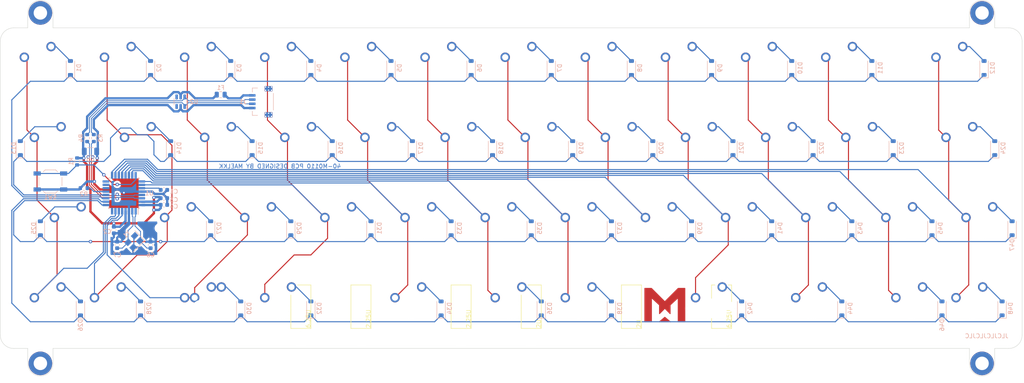
<source format=kicad_pcb>
(kicad_pcb (version 20221018) (generator pcbnew)
  (layers (0 "F.Cu" signal) (31 "B.Cu" signal) (34 "B.Paste" user) (35 "F.Paste" user) (36 "B.SilkS" user "B.Silkscreen") (37 "F.SilkS" user "F.Silkscreen") (38 "B.Mask" user) (39 "F.Mask" user) (44 "Edge.Cuts" user))
  (net 0 "")
  (net 5 "GND")
  (net 6 "+5V")
  (net 7 "Net-(U1-UCAP)")
  (net 8 "USB_D+")
  (net 9 "USB_D-")
  (net 12 "VBUS")
  (net 13 "ROW0")
  (net 14 "Net-(D1-A)")
  (net 15 "Net-(D2-A)")
  (net 16 "Net-(D3-A)")
  (net 17 "Net-(D4-A)")
  (net 18 "Net-(D5-A)")
  (net 19 "Net-(D6-A)")
  (net 20 "Net-(D7-A)")
  (net 21 "Net-(D8-A)")
  (net 22 "Net-(D9-A)")
  (net 23 "Net-(D10-A)")
  (net 24 "Net-(D11-A)")
  (net 25 "Net-(D12-A)")
  (net 26 "ROW1")
  (net 27 "Net-(D13-A)")
  (net 28 "Net-(D14-A)")
  (net 29 "Net-(D15-A)")
  (net 30 "Net-(D16-A)")
  (net 31 "Net-(D17-A)")
  (net 32 "Net-(D18-A)")
  (net 33 "Net-(D19-A)")
  (net 34 "Net-(D20-A)")
  (net 35 "Net-(D21-A)")
  (net 36 "Net-(D22-A)")
  (net 37 "Net-(D23-A)")
  (net 38 "Net-(D24-A)")
  (net 39 "ROW2")
  (net 40 "Net-(D25-A)")
  (net 41 "ROW3")
  (net 42 "Net-(D26-A)")
  (net 43 "Net-(D27-A)")
  (net 44 "Net-(D28-A)")
  (net 45 "Net-(D29-A)")
  (net 46 "Net-(D30-A)")
  (net 47 "Net-(D31-A)")
  (net 48 "Net-(D32-A)")
  (net 49 "Net-(D33-A)")
  (net 50 "Net-(D34-A)")
  (net 51 "Net-(D35-A)")
  (net 52 "Net-(D36-A)")
  (net 53 "Net-(D37-A)")
  (net 54 "Net-(D38-A)")
  (net 55 "Net-(D39-A)")
  (net 56 "Net-(D41-A)")
  (net 57 "Net-(D42-A)")
  (net 58 "Net-(D43-A)")
  (net 59 "Net-(D44-A)")
  (net 60 "Net-(D45-A)")
  (net 61 "Net-(D46-A)")
  (net 62 "Net-(D47-A)")
  (net 63 "Net-(D48-A)")
  (net 64 "COL0")
  (net 65 "COL1")
  (net 66 "COL2")
  (net 67 "COL3")
  (net 68 "COL4")
  (net 69 "COL5")
  (net 70 "COL6")
  (net 71 "COL7")
  (net 72 "COL8")
  (net 73 "COL9")
  (net 74 "COL10")
  (net 75 "COL11")
  (net 76 "Net-(U1-PC1{slash}~{RESET})")
  (net 77 "Net-(U1-~{HWB}{slash}PD7)")
  (net 78 "/D+")
  (net 79 "/D-")
  (net 80 "XTAL+")
  (net 81 "XTAL-")
  (footprint "MX_Only:MXOnly-1U-NoLED" (layer "F.Cu") (at 188.11875 9.525)
    (fp_text reference "MX21")
    (fp_text value "MX-NoLED")
  )
  (footprint "MX_Only:MXOnly-1U-NoLED" (layer "F.Cu") (at 145.25625 -9.525)
    (fp_text reference "MX7")
    (fp_text value "MX-NoLED")
  )
  (footprint "MX_Only:MXOnly-1.5U-NoLED" (layer "F.Cu") (at 250.03125 9.525)
    (fp_text reference "MX24")
    (fp_text value "MX-NoLED")
  )
  (footprint "MX_Only:MXOnly-1U-NoLED" (layer "F.Cu") (at 221.45625 -9.525)
    (fp_text reference "MX11")
    (fp_text value "MX-NoLED")
  )
  (footprint "MX_Only:MXOnly-1U-NoLED" (layer "F.Cu") (at 169.06875 9.525)
    (fp_text reference "MX20")
    (fp_text value "MX-NoLED")
  )
  (footprint "MX_Only:MXOnly-1U-NoLED" (layer "F.Cu") (at 207.16875 9.525)
    (fp_text reference "MX22")
    (fp_text value "MX-NoLED")
  )
  (footprint "MX_Only:MXOnly-1U-NoLED" (layer "F.Cu") (at 73.81875 9.525)
    (fp_text reference "MX15")
    (fp_text value "MX-NoLED")
  )
  (footprint "MX_Only:MXOnly-1U-NoLED" (layer "F.Cu") (at 226.21875 9.525)
    (fp_text reference "MX23")
    (fp_text value "MX-NoLED")
  )
  (footprint "MX_Only:MXOnly-1.25U-NoLED" (layer "F.Cu") (at 33.3375 47.625)
    (fp_text reference "MX26")
    (fp_text value "MX-NoLED")
  )
  (footprint "MX_Only:MXOnly-1U-NoLED" (layer "F.Cu") (at 197.64375 28.575)
    (fp_text reference "MX41")
    (fp_text value "MX-NoLED")
  )
  (footprint "MX_Only:MXOnly-1U-NoLED" (layer "F.Cu") (at 130.96875 9.525)
    (fp_text reference "MX18")
    (fp_text value "MX-NoLED")
  )
  (footprint "MX_Only:MXOnly-1.75U-NoLED" (layer "F.Cu") (at 38.1 28.575)
    (fp_text reference "MX25")
    (fp_text value "MX-NoLED")
  )
  (footprint "MX_Only:MXOnly-1.25U-NoLED" (layer "F.Cu") (at 238.125 47.625)
    (fp_text reference "MX46")
    (fp_text value "MX-NoLED")
  )
  (footprint "MX_Only:MXOnly-1U-NoLED" (layer "F.Cu") (at 216.69375 28.575)
    (fp_text reference "MX43")
    (fp_text value "MX-NoLED")
  )
  (footprint "MX_Only:MXOnly-1U-NoLED" (layer "F.Cu") (at 164.30625 -9.525)
    (fp_text reference "MX8")
    (fp_text value "MX-NoLED")
  )
  (footprint "MX_Only:MXOnly-1U-NoLED" (layer "F.Cu") (at 111.91875 9.525)
    (fp_text reference "MX17")
    (fp_text value "MX-NoLED")
  )
  (footprint "MX_Only:MXOnly-1.75U-NoLED" (layer "F.Cu") (at 247.65 -9.525)
    (fp_text reference "MX12")
    (fp_text value "MX-NoLED")
  )
  (footprint "MX_Only:MXOnly-1.25U-NoLED" (layer "F.Cu") (at 71.4375 47.625)
    (fp_text reference "MX49")
    (fp_text value "MX-NoLED")
  )
  (footprint "MX_Only:MXOnly-1U-NoLED" (layer "F.Cu") (at 83.34375 28.575)
    (fp_text reference "MX29")
    (fp_text value "MX-NoLED")
  )
  (footprint "MX_Only:MXOnly-1U-NoLED" (layer "F.Cu") (at 183.35625 -9.525)
    (fp_text reference "MX9")
    (fp_text value "MX-NoLED")
  )
  (footprint "MX_Only:MXOnly-1U-NoLED" (layer "F.Cu") (at 254.79375 28.575)
    (fp_text reference "MX47")
    (fp_text value "MX-NoLED")
  )
  (footprint "MX_Only:MXOnly-1U-NoLED" (layer "F.Cu") (at 140.49375 28.575)
    (fp_text reference "MX35")
    (fp_text value "MX-NoLED")
  )
  (footprint "MX_Only:MXOnly-1.25U-NoLED" (layer "F.Cu") (at 47.625 47.625)
    (fp_text reference "MX28")
    (fp_text value "MX-NoLED")
  )
  (footprint "MX_Only:MXOnly-2.25U-ReversedStabilizers-NoLED" (layer "F.Cu") (at 119.0625 47.625)
    (fp_text reference "MX34")
    (fp_text value "MX-NoLED")
  )
  (footprint "MountingHole:MountingHole_3.2mm_M3_DIN965_Pad" (layer "F.Cu") (at 254.79375 -22.6)
    (fp_text reference "H2" hide)
    (fp_text value "MountingHole")
  )
  (footprint "MX_Only:MXOnly-1U-NoLED" (layer "F.Cu") (at 64.29375 28.575)
    (fp_text reference "MX27")
    (fp_text value "MX-NoLED")
  )
  (footprint "MountingHole:MountingHole_3.2mm_M3_DIN965_Pad" (layer "F.Cu") (at 254.79375 60.7)
    (fp_text reference "H4" hide)
    (fp_text value "MountingHole")
  )
  (footprint "MX_Only:MXOnly-1U-NoLED" (layer "F.Cu") (at 50.00625 -9.525)
    (fp_text reference "MX2")
    (fp_text value "MX-NoLED")
  )
  (footprint "MX_Only:MXOnly-1U-NoLED" (layer "F.Cu") (at 235.74375 28.575)
    (fp_text reference "MX45")
    (fp_text value "MX-NoLED")
  )
  (footprint "MX_Only:MXOnly-1U-NoLED" (layer "F.Cu") (at 126.20625 -9.525)
    (fp_text reference "MX6")
    (fp_text value "MX-NoLED")
  )
  (footprint "MX_Only:MXOnly-1.25U-NoLED" (layer "F.Cu") (at 190.5 47.625)
    (fp_text reference "MX42")
    (fp_text value "MX-NoLED")
  )
  (footprint "MX_Only:MXOnly-2U-ReversedStabilizers-NoLED" (layer "F.Cu") (at 159.54375 47.625)
    (fp_text reference "MX38")
    (fp_text value "MX-NoLED")
  )
  (footprint "MX_Only:MXOnly-1U-NoLED" (layer "F.Cu") (at 54.76875 9.525)
    (fp_text reference "MX14")
    (fp_text value "MX-NoLED")
  )
  (footprint "locallib:maekkworks_logo" (layer "F.Cu") (at 179.3875 47.625)
    (fp_text reference "")
    (fp_text value "LOGO" hide)
  )
  (footprint "MX_Only:MXOnly-1.25U-NoLED" (layer "F.Cu") (at 214.3125 47.625)
    (fp_text reference "MX44")
    (fp_text value "MX-NoLED")
  )
  (footprint "MX_Only:MXOnly-6.25U-ReversedStabilizers-NoLED" (layer "F.Cu") (at 142.875 47.625)
    (fp_text reference "MX36")
    (fp_text value "MX-NoLED")
  )
  (footprint "MX_Only:MXOnly-1U-NoLED" (layer "F.Cu") (at 107.15625 -9.525)
    (fp_text reference "MX5")
    (fp_text value "MX-NoLED")
  )
  (footprint "MX_Only:MXOnly-1U-NoLED" (layer "F.Cu") (at 69.05625 -9.525)
    (fp_text reference "MX3")
    (fp_text value "MX-NoLED")
  )
  (footprint "MountingHole:MountingHole_3.2mm_M3_DIN965_Pad" (layer "F.Cu") (at 30.95625 60.7)
    (fp_text reference "H3" hide)
    (fp_text value "MountingHole")
  )
  (footprint "MX_Only:MXOnly-1.25U-NoLED" (layer "F.Cu") (at 33.3375 9.525)
    (fp_text reference "MX13")
    (fp_text value "MX-NoLED")
  )
  (footprint "MX_Only:MXOnly-1U-NoLED" (layer "F.Cu") (at 30.95625 -9.525)
    (fp_text reference "MX1")
    (fp_text value "MX-NoLED")
  )
  (footprint "MX_Only:MXOnly-1U-NoLED" (layer "F.Cu") (at 102.39375 28.575)
    (fp_text reference "MX31")
    (fp_text value "MX-NoLED")
  )
  (footprint "MX_Only:MXOnly-1U-NoLED" (layer "F.Cu") (at 121.44375 28.575)
    (fp_text reference "MX33")
    (fp_text value "MX-NoLED")
  )
  (footprint "MX_Only:MXOnly-1U-NoLED" (layer "F.Cu") (at 88.10625 47.625)
    (fp_text reference "MX32")
    (fp_text value "MX-NoLED")
  )
  (footprint "MX_Only:MXOnly-1U-NoLED" (layer "F.Cu") (at 202.40625 -9.525)
    (fp_text reference "MX10")
    (fp_text value "MX-NoLED")
  )
  (footprint "MX_Only:MXOnly-1.25U-NoLED" (layer "F.Cu") (at 252.4125 47.625)
    (fp_text reference "MX48")
    (fp_text value "MX-NoLED")
  )
  (footprint "MountingHole:MountingHole_3.2mm_M3_DIN965_Pad" (layer "F.Cu") (at 30.95625 -22.6)
    (fp_text reference "H1" hide)
    (fp_text value "MountingHole")
  )
  (footprint "MX_Only:MXOnly-1U-NoLED" (layer "F.Cu") (at 69.05625 47.625)
    (fp_text reference "MX30")
    (fp_text value "MX-NoLED")
  )
  (footprint "MX_Only:MXOnly-1U-NoLED" (layer "F.Cu") (at 159.54375 28.575)
    (fp_text reference "MX37")
    (fp_text value "MX-NoLED")
  )
  (footprint "MX_Only:MXOnly-1U-NoLED" (layer "F.Cu") (at 178.59375 28.575)
    (fp_text reference "MX39")
    (fp_text value "MX-NoLED")
  )
  (footprint "MX_Only:MXOnly-1U-NoLED" (layer "F.Cu") (at 92.86875 9.525)
    (fp_text reference "MX16")
    (fp_text value "MX-NoLED")
  )
  (footprint "MX_Only:MXOnly-1U-NoLED" (layer "F.Cu") (at 150.01875 9.525)
    (fp_text reference "MX19")
    (fp_text value "MX-NoLED")
  )
  (footprint "MX_Only:MXOnly-1U-NoLED" (layer "F.Cu") (at 88.10625 -9.525)
    (fp_text reference "MX4")
    (fp_text value "MX-NoLED")
  )
  (footprint "Diode_SMD:D_SOD-123" (layer "B.Cu") (at 40.48125 47.625 90)
    (fp_text reference "D26")
    (fp_text value "D_Small")
  )
  (footprint "Diode_SMD:D_SOD-123" (layer "B.Cu") (at 245.26875 47.625 90)
    (fp_text reference "D46")
    (fp_text value "D_Small")
  )
  (footprint "Diode_SMD:D_SOD-123" (layer "B.Cu") (at 57.15 -9.525 90)
    (fp_text reference "D2")
    (fp_text value "D_Small")
  )
  (footprint "Diode_SMD:D_SOD-123" (layer "B.Cu") (at 255.27 -9.525 90)
    (fp_text reference "D12")
    (fp_text value "D_Small")
  )
  (footprint "Diode_SMD:D_SOD-123" (layer "B.Cu") (at 128.5875 28.575 90)
    (fp_text reference "D33")
    (fp_text value "D_Small")
  )
  (footprint "Diode_SMD:D_SOD-123" (layer "B.Cu") (at 30.95625 28.575 90)
    (fp_text reference "D25")
    (fp_text value "D_Small")
  )
  (footprint "Diode_SMD:D_SOD-123" (layer "B.Cu") (at 81.28 9.525 90)
    (fp_text reference "D15")
    (fp_text value "D_Small")
  )
  (footprint "Fuse:Fuse_0805_2012Metric" (layer "B.Cu") (at 73.81875 -3.175 180)
    (fp_text reference "F1")
    (fp_text value "500mA")
  )
  (footprint "Diode_SMD:D_SOD-123" (layer "B.Cu") (at 138.43 9.525 90)
    (fp_text reference "D18")
    (fp_text value "D_Small")
  )
  (footprint "Diode_SMD:D_SOD-123" (layer "B.Cu") (at 257.81 9.525 90)
    (fp_text reference "D24")
    (fp_text value "D_Small")
  )
  (footprint "Diode_SMD:D_SOD-123" (layer "B.Cu") (at 209.55 -9.525 90)
    (fp_text reference "D10")
    (fp_text value "D_Small")
  )
  (footprint "Diode_SMD:D_SOD-123" (layer "B.Cu") (at 185.7375 28.575 90)
    (fp_text reference "D39")
    (fp_text value "D_Small")
  )
  (footprint "Diode_SMD:D_SOD-123" (layer "B.Cu") (at 197.64375 47.625 90)
    (fp_text reference "D42")
    (fp_text value "D_Small")
  )
  (footprint "Diode_SMD:D_SOD-123" (layer "B.Cu") (at 166.6875 28.575 90)
    (fp_text reference "D37")
    (fp_text value "D_Small")
  )
  (footprint "Package_TO_SOT_SMD:SOT-23-6" (layer "B.Cu") (at 64.29375 -1.5 90)
    (fp_text reference "U2")
    (fp_text value "SRV05-4")
  )
  (footprint "Diode_SMD:D_SOD-123" (layer "B.Cu") (at 259.55625 47.625 90)
    (fp_text reference "D48")
    (fp_text value "D_Small")
  )
  (footprint "Capacitor_SMD:C_1206_3216Metric" (layer "B.Cu") (at 42.8625 10.31875)
    (fp_text reference "C5")
    (fp_text value "10uF")
  )
  (footprint "Package_QFP:TQFP-32_7x7mm_P0.8mm" (layer "B.Cu") (at 50.8 20.2625 90)
    (fp_text reference "U1")
    (fp_text value "ATmega32U2-A")
  )
  (footprint "Crystal:Crystal_SMD_3225-4Pin_3.2x2.5mm" (layer "B.Cu") (at 53.18125 31.75 -135)
    (fp_text reference "Y1")
    (fp_text value "Crystal_GND24_Small")
  )
  (footprint "Diode_SMD:D_SOD-123" (layer "B.Cu") (at 195.58 9.525 90)
    (fp_text reference "D21")
    (fp_text value "D_Small")
  )
  (footprint "Diode_SMD:D_SOD-123" (layer "B.Cu") (at 78.58125 47.625 90)
    (fp_text reference "D30")
    (fp_text value "D_Small")
  )
  (footprint "Diode_SMD:D_SOD-123" (layer "B.Cu") (at 61.9125 9.525 90)
    (fp_text reference "D14")
    (fp_text value "D_Small")
  )
  (footprint "Diode_SMD:D_SOD-123" (layer "B.Cu") (at 38.1 -9.525 90)
    (fp_text reference "D1")
    (fp_text value "D_Small")
  )
  (footprint "Diode_SMD:D_SOD-123" (layer "B.Cu") (at 126.20625 47.625 90)
    (fp_text reference "D34")
    (fp_text value "D_Small")
  )
  (footprint "Resistor_SMD:R_0603_1608Metric" (layer "B.Cu") (at 41.275 19.05)
    (fp_text reference "R2")
    (fp_text value "10k")
  )
  (footprint "Diode_SMD:D_SOD-123" (layer "B.Cu") (at 261.9375 28.575 90)
    (fp_text reference "D47")
    (fp_text value "D_Small")
  )
  (footprint "Diode_SMD:D_SOD-123" (layer "B.Cu") (at 214.63 9.525 90)
    (fp_text reference "D22")
    (fp_text value "D_Small")
  )
  (footprint "Diode_SMD:D_SOD-123" (layer "B.Cu") (at 147.6375 28.575 90)
    (fp_text reference "D35")
    (fp_text value "D_Small")
  )
  (footprint "Diode_SMD:D_SOD-123" (layer "B.Cu") (at 150.01875 47.625 90)
    (fp_text reference "D36")
    (fp_text value "D_Small")
  )
  (footprint "acheron_Connectors:SM04B-SRSS-TB(LF)(SN)_mounting-reliefs" (layer "B.Cu") (at 82.09375 -1.5 -90)
    (fp_text reference "J1")
    (fp_text value "Conn_01x04_Socket")
  )
  (footprint "Capacitor_SMD:C_0603_1608Metric" (layer "B.Cu") (at 57.15 32.54375 -90)
    (fp_text reference "C6")
    (fp_text value "22pF")
  )
  (footprint "Diode_SMD:D_SOD-123" (layer "B.Cu") (at 223.8375 28.575 90)
    (fp_text reference "D43")
    (fp_text value "D_Small")
  )
  (footprint "Diode_SMD:D_SOD-123" (layer "B.Cu") (at 26.19375 9.525 90)
    (fp_text reference "D13")
    (fp_text value "D_Small")
  )
  (footprint "Resistor_SMD:R_0603_1608Metric" (layer "B.Cu") (at 42.06875 7.14375 -90)
    (fp_text reference "R4")
    (fp_text value "22")
  )
  (footprint "Capacitor_SMD:C_0603_1608Metric" (layer "B.Cu") (at 60.325 19.46875)
    (fp_text reference "C1")
    (fp_text value "1uF")
  )
  (footprint "Diode_SMD:D_SOD-123" (layer "B.Cu") (at 233.68 9.525 90)
    (fp_text reference "D23")
    (fp_text value "D_Small")
  )
  (footprint "Capacitor_SMD:C_0603_1608Metric" (layer "B.Cu") (at 60.325 21.43125)
    (fp_text reference "C3")
    (fp_text value "100nF")
  )
  (footprint "Diode_SMD:D_SOD-123" (layer "B.Cu") (at 109.5375 28.575 90)
    (fp_text reference "D31")
    (fp_text value "D_Small")
  )
  (footprint "Diode_SMD:D_SOD-123" (layer "B.Cu") (at 157.48 9.525 90)
    (fp_text reference "D19")
    (fp_text value "D_Small")
  )
  (footprint "Diode_SMD:D_SOD-123" (layer "B.Cu") (at 190.5 -9.525 90)
    (fp_text reference "D9")
    (fp_text value "D_Small")
  )
  (footprint "Diode_SMD:D_SOD-123" (layer "B.Cu") (at 119.38 9.525 90)
    (fp_text reference "D17")
    (fp_text value "D_Small")
  )
  (footprint "Diode_SMD:D_SOD-123" (layer "B.Cu") (at 90.4875 28.575 90)
    (fp_text reference "D29")
    (fp_text value "D_Small")
  )
  (footprint "Button_Switch_SMD:SW_SPST_TL3342" (layer "B.Cu") (at 33.3375 17.4625)
    (fp_text reference "SW1")
    (fp_text value "SW_Push")
  )
  (footprint "Diode_SMD:D_SOD-123" (layer "B.Cu") (at 71.4375 28.575 90)
    (fp_text reference "D27")
    (fp_text value "D_Small")
  )
  (footprint "Diode_SMD:D_SOD-123" (layer "B.Cu") (at 242.8875 28.575 90)
    (fp_text reference "D45")
    (fp_text value "D_Small")
  )
  (footprint "Resistor_SMD:R_0603_1608Metric" (layer "B.Cu") (at 39.6875 12.7 -90)
    (fp_text reference "R1")
    (fp_text value "10k")
  )
  (footprint "Diode_SMD:D_SOD-123" (layer "B.Cu") (at 152.4 -9.525 90)
    (fp_text reference "D7")
    (fp_text value "D_Small")
  )
  (footprint "Diode_SMD:D_SOD-123" (layer "B.Cu") (at 228.6 -9.525 90)
    (fp_text reference "D11")
    (fp_text value "D_Small")
  )
  (footprint "Diode_SMD:D_SOD-123" (layer "B.Cu") (at 221.45625 47.625 90)
    (fp_text reference "D44")
    (fp_text value "D_Small")
  )
  (footprint "Capacitor_SMD:C_0603_1608Metric" (layer "B.Cu") (at 60.325 23.01875)
    (fp_text reference "C4")
    (fp_text value "100nF")
  )
  (footprint "Diode_SMD:D_SOD-123" (layer "B.Cu") (at 114.3 -9.525 90)
    (fp_text reference "D5")
    (fp_text value "D_Small")
  )
  (footprint "Diode_SMD:D_SOD-123" (layer "B.Cu") (at 76.2 -9.525 90)
    (fp_text reference "D3")
    (fp_text value "D_Small")
  )
  (footprint "Diode_SMD:D_SOD-123" (layer "B.Cu") (at 54.76875 47.625 90)
    (fp_text reference "D28")
    (fp_text value "D_Small")
  )
  (footprint "Diode_SMD:D_SOD-123" (layer "B.Cu") (at 95.25 47.625 90)
    (fp_text reference "D32")
    (fp_text value "D_Small")
  )
  (footprint "Diode_SMD:D_SOD-123" (layer "B.Cu") (at 133.35 -9.525 90)
    (fp_text reference "D6")
    (fp_text value "D_Small")
  )
  (footprint "Diode_SMD:D_SOD-123" (layer "B.Cu") (at 176.53 9.525 90)
    (fp_text reference "D20")
    (fp_text value "D_Small")
  )
  (footprint "Diode_SMD:D_SOD-123" (layer "B.Cu") (at 100.33 9.525 90)
    (fp_text reference "D16")
    (fp_text value "D_Small")
  )
  (footprint "Diode_SMD:D_SOD-123" (layer "B.Cu") (at 204.7875 28.575 90)
    (fp_text reference "D41")
    (fp_text value "D_Small")
  )
  (footprint "Diode_SMD:D_SOD-123" (layer "B.Cu") (at 171.45 -9.525 90)
    (fp_text reference "D8")
    (fp_text value "D_Small")
  )
  (footprint "Capacitor_SMD:C_0603_1608Metric" (layer "B.Cu") (at 48.41875 28.99375 -90)
    (fp_text reference "C2")
    (fp_text value "100nF")
  )
  (footprint "Capacitor_SMD:C_0603_1608Metric" (layer "B.Cu") (at 49.2125 32.54375 -90)
    (fp_text reference "C7")
    (fp_text value "22pF")
  )
  (footprint "Diode_SMD:D_SOD-123" (layer "B.Cu") (at 166.6875 47.625 90)
    (fp_text reference "D38")
    (fp_text value "D_Small")
  )
  (footprint "Resistor_SMD:R_0603_1608Metric" (layer "B.Cu") (at 43.65625 7.14375 -90)
    (fp_text reference "R3")
    (fp_text value "22")
  )
  (footprint "Diode_SMD:D_SOD-123" (layer "B.Cu") (at 95.25 -9.525 90)
    (fp_text reference "D4")
    (fp_text value "D_Small")
  )
  (gr_line (start 190.5 45.24375) (end 190.5 42.06875) (stroke (width 0.15)) (layer "F.SilkS"))
  (gr_line (start 195.2625 49.2125) (end 195.2625 52.3875) (stroke (width 0.15)) (layer "F.SilkS"))
  (gr_line (start 90.4875 52.3875) (end 90.4875 44.45) (stroke (width 0.15)) (layer "F.SilkS"))
  (gr_line (start 173.83125 42.06875) (end 173.83125 52.3875) (stroke (width 0.15)) (layer "F.SilkS"))
  (gr_line (start 169.06875 52.3875) (end 169.06875 42.06875) (stroke (width 0.15)) (layer "F.SilkS"))
  (gr_line (start 128.5875 42.06875) (end 133.35 42.06875) (stroke (width 0.15)) (layer "F.SilkS"))
  (gr_line (start 95.25 52.3875) (end 90.4875 52.3875) (stroke (width 0.15)) (layer "F.SilkS"))
  (gr_line (start 190.5 42.06875) (end 191.29375 42.06875) (stroke (width 0.15)) (layer "F.SilkS"))
  (gr_line (start 133.35 42.06875) (end 133.35 52.3875) (stroke (width 0.15)) (layer "F.SilkS"))
  (gr_line (start 109.5375 52.3875) (end 104.775 52.3875) (stroke (width 0.15)) (layer "F.SilkS"))
  (gr_line (start 150.01875 42.06875) (end 150.01875 52.3875) (stroke (width 0.15)) (layer "F.SilkS"))
  (gr_line (start 146.84375 42.06875) (end 150.01875 42.06875) (stroke (width 0.15)) (layer "F.SilkS"))
  (gr_line (start 173.83125 52.3875) (end 169.06875 52.3875) (stroke (width 0.15)) (layer "F.SilkS"))
  (gr_line (start 95.25 42.06875) (end 95.25 52.3875) (stroke (width 0.15)) (layer "F.SilkS"))
  (gr_line (start 92.075 42.06875) (end 95.25 42.06875) (stroke (width 0.15)) (layer "F.SilkS"))
  (gr_line (start 133.35 52.3875) (end 128.5875 52.3875) (stroke (width 0.15)) (layer "F.SilkS"))
  (gr_line (start 109.5375 42.06875) (end 109.5375 52.3875) (stroke (width 0.15)) (layer "F.SilkS"))
  (gr_line (start 150.01875 52.3875) (end 145.25625 52.3875) (stroke (width 0.15)) (layer "F.SilkS"))
  (gr_line (start 194.46875 42.06875) (end 195.2625 42.06875) (stroke (width 0.15)) (layer "F.SilkS"))
  (gr_line (start 104.775 52.3875) (end 104.775 42.06875) (stroke (width 0.15)) (layer "F.SilkS"))
  (gr_line (start 195.2625 42.06875) (end 195.2625 46.0375) (stroke (width 0.15)) (layer "F.SilkS"))
  (gr_line (start 195.2625 52.3875) (end 190.5 52.3875) (stroke (width 0.15)) (layer "F.SilkS"))
  (gr_line (start 104.775 42.06875) (end 109.5375 42.06875) (stroke (width 0.15)) (layer "F.SilkS"))
  (gr_line (start 128.5875 52.3875) (end 128.5875 42.06875) (stroke (width 0.15)) (layer "F.SilkS"))
  (gr_line (start 190.5 52.3875) (end 190.5 50.00625) (stroke (width 0.15)) (layer "F.SilkS"))
  (gr_line (start 145.25625 52.3875) (end 145.25625 44.45) (stroke (width 0.15)) (layer "F.SilkS"))
  (gr_line (start 169.06875 42.06875) (end 173.83125 42.06875) (stroke (width 0.15)) (layer "F.SilkS"))
  (gr_arc (start 33.95625 60.7) (mid 30.95625 63.7) (end 27.95625 60.7) (stroke (width 0.1)) (layer "Edge.Cuts"))
  (gr_arc (start 27.95625 -22.6) (mid 30.95625 -25.6) (end 33.95625 -22.6) (stroke (width 0.1)) (layer "Edge.Cuts"))
  (gr_line (start 257.79375 60.7) (end 257.79375 57.15) (stroke (width 0.1)) (layer "Edge.Cuts"))
  (gr_line (start 27.95625 60.7) (end 27.95625 57.15) (stroke (width 0.1)) (layer "Edge.Cuts"))
  (gr_line (start 251.79375 60.7) (end 251.79375 57.15) (stroke (width 0.1)) (layer "Edge.Cuts"))
  (gr_line (start 264.31875 53.975) (end 264.31875 -15.875) (stroke (width 0.1)) (layer "Edge.Cuts"))
  (gr_arc (start 251.79375 -22.6) (mid 254.79375 -25.6) (end 257.79375 -22.6) (stroke (width 0.1)) (layer "Edge.Cuts"))
  (gr_arc (start 261.14374 -19.05) (mid 263.38881 -18.120068) (end 264.31875 -15.875) (stroke (width 0.1)) (layer "Edge.Cuts"))
  (gr_arc (start 24.60625 57.15) (mid 22.361186 56.220064) (end 21.43125 53.975) (stroke (width 0.1)) (layer "Edge.Cuts"))
  (gr_arc (start 21.43125 -15.875) (mid 22.36118 -18.12007) (end 24.60625 -19.05) (stroke (width 0.1)) (layer "Edge.Cuts"))
  (gr_line (start 251.79375 -19.05) (end 33.95625 -19.05) (stroke (width 0.1)) (layer "Edge.Cuts"))
  (gr_line (start 33.95625 -22.6) (end 33.95625 -19.05) (stroke (width 0.1)) (layer "Edge.Cuts"))
  (gr_line (start 33.95625 60.7) (end 33.95625 57.15) (stroke (width 0.1)) (layer "Edge.Cuts"))
  (gr_arc (start 257.79375 60.7) (mid 254.79375 63.7) (end 251.79375 60.7) (stroke (width 0.1)) (layer "Edge.Cuts"))
  (gr_line (start 257.79375 -22.6) (end 257.79375 -19.05) (stroke (width 0.1)) (layer "Edge.Cuts"))
  (gr_line (start 261.14374 -19.05) (end 257.79375 -19.05) (stroke (width 0.1)) (layer "Edge.Cuts"))
  (gr_line (start 24.60625 57.15) (end 27.95625 57.15) (stroke (width 0.1)) (layer "Edge.Cuts"))
  (gr_line (start 27.95625 -19.05) (end 24.60625 -19.05) (stroke (width 0.1)) (layer "Edge.Cuts"))
  (gr_line (start 33.95625 57.15) (end 251.79375 57.15) (stroke (width 0.1)) (layer "Edge.Cuts"))
  (gr_line (start 27.95625 -22.6) (end 27.95625 -19.05) (stroke (width 0.1)) (layer "Edge.Cuts"))
  (gr_line (start 251.79375 -22.6) (end 251.79375 -19.05) (stroke (width 0.1)) (layer "Edge.Cuts"))
  (gr_arc (start 264.31875 53.975) (mid 263.388811 56.220061) (end 261.14375 57.15) (stroke (width 0.1)) (layer "Edge.Cuts"))
  (gr_line (start 257.79375 57.15) (end 261.14375 57.15) (stroke (width 0.1)) (layer "Edge.Cuts"))
  (gr_line (start 21.43125 -15.875) (end 21.43125 53.975) (stroke (width 0.1)) (layer "Edge.Cuts"))
  (gr_text "40-M0110 PCB DESIGNED BY MAELKK" (at 102.485362 14.425927) (layer "B.Cu") (effects (font (size 1 1)) (justify left bottom mirror)))
  (gr_text "JLCJLCJLCJLC" (at 261.14375 54.76875) (layer "B.SilkS") (effects (font (size 1 1)) (justify left bottom mirror)))
  (gr_text "2U" (at 173.83125 52.3875 90) (layer "F.SilkS") (effects (font (size 1 1)) (justify left bottom)))
  (gr_text "6.25U" (at 195.2625 52.3875 90) (layer "F.SilkS") (effects (font (size 1 1)) (justify left bottom)))
  (gr_text "2U" (at 150.01875 52.3875 90) (layer "F.SilkS") (effects (font (size 1 1)) (justify left bottom)))
  (gr_text "2.25U" (at 133.35 52.3875 90) (layer "F.SilkS") (effects (font (size 1 1)) (justify left bottom)))
  (gr_text "2.25U" (at 109.5375 52.3875 90) (layer "F.SilkS") (effects (font (size 1 1)) (justify left bottom)))
  (gr_text "6.25U" (at 95.25 52.3875 90) (layer "F.SilkS") (effects (font (size 1 1)) (justify left bottom)))
  (segment (start 50.027335 19.359084) (end 50.8 20.131749) (width 0.55) (layer "F.Cu") (net 5))
  (segment (start 43.787 18.049378) (end 45.096706 19.359084) (width 0.55) (layer "F.Cu") (net 5))
  (segment (start 45.096706 19.359084) (end 50.027335 19.359084) (width 0.55) (layer "F.Cu") (net 5))
  (segment (start 43.787 17.4625) (end 43.6625 17.338) (width 0.55) (layer "F.Cu") (net 5))
  (segment (start 43.6625 13.4875) (end 44.45 12.7) (width 0.55) (layer "F.Cu") (net 5))
  (segment (start 44.45 12.7) (end 44.45 11.90625) (width 0.55) (layer "F.Cu") (net 5))
  (segment (start 43.787 17.4625) (end 43.787 18.049378) (width 0.55) (layer "F.Cu") (net 5))
  (segment (start 43.6625 17.338) (end 43.6625 13.4875) (width 0.55) (layer "F.Cu") (net 5))
  (via (at 43.787 17.4625) (size 0.8) (drill 0.4) (layers "F.Cu" "B.Cu") (net 5))
  (via (at 50.8 20.131749) (size 0.8) (drill 0.4) (layers "F.Cu" "B.Cu") (net 5))
  (via (at 44.45 11.90625) (size 0.8) (drill 0.4) (layers "F.Cu" "B.Cu") (net 5))
  (segment (start 58.1 20.41875) (end 60.15 20.41875) (width 0.55) (layer "B.Cu") (net 5))
  (segment (start 43.662501 4.7625) (end 43.662501 2.712621) (width 0.55) (layer "B.Cu") (net 5))
  (segment (start 44.60625 5.706249) (end 44.60625 10.05) (width 0.55) (layer "B.Cu") (net 5))
  (segment (start 79.375 0) (end 78.675 -0.7) (width 0.55) (layer "B.Cu") (net 5))
  (segment (start 51.069249 19.8625) (end 55.05 19.8625) (width 0.55) (layer "B.Cu") (net 5))
  (segment (start 78.675 -0.7) (end 67.375 -0.7) (width 0.55) (layer "B.Cu") (net 5))
  (segment (start 52 24.5125) (end 52 27.12408) (width 0.55) (layer "B.Cu") (net 5))
  (segment (start 61.2125 -0.7) (end 62.70625 0.79375) (width 0.55) (layer "B.Cu") (net 5))
  (segment (start 48.41875 22.64375) (end 48.3375 22.5625) (width 0.55) (layer "B.Cu") (net 5))
  (segment (start 40.45 19.05) (end 40.1375 19.3625) (width 0.55) (layer "B.Cu") (net 5))
  (segment (start 44.45 10.43125) (end 44.3375 10.31875) (width 0.55) (layer "B.Cu") (net 5))
  (segment (start 60.15 20.41875) (end 60.15 20.48125) (width 0.55) (layer "B.Cu") (net 5))
  (segment (start 43.662501 2.712621) (end 47.075122 -0.7) (width 0.55) (layer "B.Cu") (net 5))
  (segment (start 55.05 19.8625) (end 57.54375 19.8625) (width 0.55) (layer "B.Cu") (net 5))
  (segment (start 44.60625 10.05) (end 44.3375 10.31875) (width 0.55) (layer "B.Cu") (net 5))
  (segment (start 53.358027 30.371142) (end 53.18125 30.547919) (width 0.25) (layer "B.Cu") (net 5))
  (segment (start 48.530336 19.357164) (end 50.025415 19.357164) (width 0.55) (layer "B.Cu") (net 5))
  (segment (start 40.1375 19.3625) (end 36.4875 19.3625) (width 0.55) (layer "B.Cu") (net 5))
  (segment (start 43.787 17.4625) (end 42.0375 17.4625) (width 0.55) (layer "B.Cu") (net 5))
  (segment (start 49.35533 29.76875) (end 48.41875 29.76875) (width 0.55) (layer "B.Cu") (net 5))
  (segment (start 52 27.12408) (end 49.35533 29.76875) (width 0.55) (layer "B.Cu") (net 5))
  (segment (start 65.9 0.775) (end 64.834867 0.775) (width 0.55) (layer "B.Cu") (net 5))
  (segment (start 63.733883 0.79375) (end 64.29375 0.233883) (width 0.55) (layer "B.Cu") (net 5))
  (segment (start 42.0375 17.4625) (end 40.45 19.05) (width 0.55) (layer "B.Cu") (net 5))
  (segment (start 51.59375 22.64375) (end 48.41875 22.64375) (width 0.55) (layer "B.Cu") (net 5))
  (segment (start 47.075122 -0.7) (end 61.2125 -0.7) (width 0.55) (layer "B.Cu") (net 5))
  (segment (start 81.31875 0) (end 79.375 0) (width 0.55) (layer "B.Cu") (net 5))
  (segment (start 48.3375 19.55) (end 48.530336 19.357164) (width 0.55) (layer "B.Cu") (net 5))
  (segment (start 57.54375 19.8625) (end 58.1 20.41875) (width 0.55) (layer "B.Cu") (net 5))
  (segment (start 64.29375 0.233883) (end 64.29375 -0.3625) (width 0.55) (layer "B.Cu") (net 5))
  (segment (start 64.834867 0.775) (end 64.29375 0.233883) (width 0.55) (layer "B.Cu") (net 5))
  (segment (start 53.18125 32.952081) (end 53.004473 33.128858) (width 0.25) (layer "B.Cu") (net 5))
  (segment (start 52 24.5125) (end 52 23.05) (width 0.55) (layer "B.Cu") (net 5))
  (segment (start 62.70625 0.79375) (end 63.733883 0.79375) (width 0.55) (layer "B.Cu") (net 5))
  (segment (start 60.15 20.41875) (end 61.1 19.46875) (width 0.55) (layer "B.Cu") (net 5))
  (segment (start 44.60625 5.706249) (end 43.662501 4.7625) (width 0.55) (layer "B.Cu") (net 5))
  (segment (start 61.1 21.43125) (end 61.1 23.01875) (width 0.55) (layer "B.Cu") (net 5))
  (segment (start 50.025415 19.357164) (end 50.8 20.131749) (width 0.55) (layer "B.Cu") (net 5))
  (segment (start 50.8 20.131749) (end 51.069249 19.8625) (width 0.55) (layer "B.Cu") (net 5))
  (segment (start 48.3375 22.5625) (end 48.3375 19.55) (width 0.55) (layer "B.Cu") (net 5))
  (segment (start 44.45 11.90625) (end 44.45 10.43125) (width 0.55) (layer "B.Cu") (net 5))
  (segment (start 56.28125 30.9) (end 56.35625 30.975) (width 0.25) (layer "B.Cu") (net 5))
  (segment (start 36.4875 19.3625) (end 30.1875 19.3625) (width 0.55) (layer "B.Cu") (net 5))
  (segment (start 60.15 20.48125) (end 61.1 21.43125) (width 0.55) (layer "B.Cu") (net 5))
  (segment (start 67.375 -0.7) (end 65.9 0.775) (width 0.55) (layer "B.Cu") (net 5))
  (segment (start 53.18125 30.547919) (end 53.18125 32.952081) (width 0.25) (layer "B.Cu") (net 5))
  (segment (start 52 23.05) (end 51.59375 22.64375) (width 0.55) (layer "B.Cu") (net 5))
  (segment (start 48.41875 27.40625) (end 45.6625 27.40625) (width 0.55) (layer "F.Cu") (net 6))
  (segment (start 57.94375 24.23125) (end 57.94375 21.29325) (width 0.55) (layer "F.Cu") (net 6))
  (segment (start 57.94375 25.025) (end 55.5625 27.40625) (width 0.55) (layer "F.Cu") (net 6))
  (segment (start 45.6625 27.40625) (end 42.8625 24.60625) (width 0.55) (layer "F.Cu") (net 6))
  (segment (start 42.8625 19.387622) (end 42.0625 18.587622) (width 0.55) (layer "F.Cu") (net 6))
  (segment (start 42.8625 24.60625) (end 42.8625 19.387622) (width 0.55) (layer "F.Cu") (net 6))
  (segment (start 41.275 12.70625) (end 41.275 11.90625) (width 0.55) (layer "F.Cu") (net 6))
  (segment (start 42.0625 13.49375) (end 41.275 12.70625) (width 0.55) (layer "F.Cu") (net 6))
  (segment (start 42.0625 18.587622) (end 42.0625 13.49375) (width 0.55) (layer "F.Cu") (net 6))
  (segment (start 57.94375 24.23125) (end 57.94375 25.025) (width 0.55) (layer "F.Cu") (net 6))
  (segment (start 55.5625 27.40625) (end 48.41875 27.40625) (width 0.55) (layer "F.Cu") (net 6))
  (via (at 41.275 11.90625) (size 0.8) (drill 0.4) (layers "F.Cu" "B.Cu") (net 6))
  (via (at 57.94375 21.29325) (size 0.8) (drill 0.4) (layers "F.Cu" "B.Cu") (net 6))
  (via (at 48.41875 27.40625) (size 0.8) (drill 0.4) (layers "F.Cu" "B.Cu") (net 6))
  (via (at 57.94375 24.23125) (size 0.8) (drill 0.4) (layers "F.Cu" "B.Cu") (net 6))
  (segment (start 59.2875 21.16875) (end 59.55 21.43125) (width 0.55) (layer "B.Cu") (net 6))
  (segment (start 42.0625 4.76875) (end 42.0625 2.049877) (width 0.55) (layer "B.Cu") (net 6))
  (segment (start 49.84467 28.21875) (end 51.2 26.86342) (width 0.55) (layer "B.Cu") (net 6))
  (segment (start 59.50625 23.0625) (end 59.55 23.01875) (width 0.55) (layer "B.Cu") (net 6))
  (segment (start 41.11875 5.7125) (end 41.11875 10.05) (width 0.55) (layer "B.Cu") (net 6))
  (segment (start 42.0625 2.049877) (end 46.412378 -2.3) (width 0.55) (layer "B.Cu") (net 6))
  (segment (start 62.64375 -3.775) (end 63.752633 -3.775) (width 0.55) (layer "B.Cu") (net 6))
  (segment (start 67.721751 -2.3) (end 72.00625 -2.3) (width 0.55) (layer "B.Cu") (net 6))
  (segment (start 64.834867 -3.775) (end 66.246751 -3.775) (width 0.55) (layer "B.Cu") (net 6))
  (segment (start 59.1125 24.23125) (end 59.55 23.79375) (width 0.55) (layer "B.Cu") (net 6))
  (segment (start 48.41875 27.40625) (end 48.41875 28.21875) (width 0.55) (layer "B.Cu") (net 6))
  (segment (start 64.29375 -3.233883) (end 64.29375 -2.6375) (width 0.55) (layer "B.Cu") (net 6))
  (segment (start 64.29375 -3.233883) (end 64.834867 -3.775) (width 0.55) (layer "B.Cu") (net 6))
  (segment (start 66.246751 -3.775) (end 67.721751 -2.3) (width 0.55) (layer "B.Cu") (net 6))
  (segment (start 58.06825 21.16875) (end 59.2875 21.16875) (width 0.55) (layer "B.Cu") (net 6))
  (segment (start 63.752633 -3.775) (end 64.29375 -3.233883) (width 0.55) (layer "B.Cu") (net 6))
  (segment (start 55.05 23.0625) (end 59.50625 23.0625) (width 0.55) (layer "B.Cu") (net 6))
  (segment (start 41.275 11.90625) (end 41.275 10.43125) (width 0.55) (layer "B.Cu") (net 6))
  (segment (start 59.55 21.43125) (end 59.53125 21.43125) (width 0.55) (layer "B.Cu") (net 6))
  (segment (start 59.53125 21.43125) (end 58.7 22.2625) (width 0.55) (layer "B.Cu") (net 6))
  (segment (start 61.16875 -2.3) (end 62.64375 -3.775) (width 0.55) (layer "B.Cu") (net 6))
  (segment (start 51.2 24.5125) (end 51.2 26.86342) (width 0.55) (layer "B.Cu") (net 6))
  (segment (start 41.275 11.90625) (end 39.71875 11.90625) (width 0.55) (layer "B.Cu") (net 6))
  (segment (start 58.7 22.2625) (end 55.05 22.2625) (width 0.55) (layer "B.Cu") (net 6))
  (segment (start 41.11875 10.05) (end 41.3875 10.31875) (width 0.55) (layer "B.Cu") (net 6))
  (segment (start 39.71875 11.90625) (end 39.6875 11.875) (width 0.55) (layer "B.Cu") (net 6))
  (segment (start 59.55 23.79375) (end 59.55 23.01875) (width 0.55) (layer "B.Cu") (net 6))
  (segment (start 57.94375 21.29325) (end 58.06825 21.16875) (width 0.55) (layer "B.Cu") (net 6))
  (segment (start 48.41875 28.21875) (end 49.84467 28.21875) (width 0.55) (layer "B.Cu") (net 6))
  (segment (start 57.94375 24.23125) (end 59.1125 24.23125) (width 0.55) (layer "B.Cu") (net 6))
  (segment (start 41.11875 5.7125) (end 42.0625 4.76875) (width 0.55) (layer "B.Cu") (net 6))
  (segment (start 46.412378 -2.3) (end 61.16875 -2.3) (width 0.55) (layer "B.Cu") (net 6))
  (segment (start 41.275 10.43125) (end 41.3875 10.31875) (width 0.55) (layer "B.Cu") (net 6))
  (segment (start 72.00625 -2.3) (end 72.88125 -3.175) (width 0.55) (layer "B.Cu") (net 6))
  (segment (start 59.14375 19.0625) (end 59.55 19.46875) (width 0.25) (layer "B.Cu") (net 7))
  (segment (start 55.05 19.0625) (end 59.14375 19.0625) (width 0.25) (layer "B.Cu") (net 7))
  (segment (start 66.15625 -1.275) (end 65.24375 -0.3625) (width 0.2) (layer "B.Cu") (net 8))
  (segment (start 79.375 -1.275) (end 66.15625 -1.275) (width 0.2) (layer "B.Cu") (net 8))
  (segment (start 43.0875 2.47445) (end 43.087501 5.750001) (width 0.2) (layer "B.Cu") (net 8))
  (segment (start 65.24375 -0.661396) (end 64.630146 -1.275) (width 0.2) (layer "B.Cu") (net 8))
  (segment (start 46.83695 -1.275) (end 43.0875 2.47445) (width 0.2) (layer "B.Cu") (net 8))
  (segment (start 65.24375 -0.3625) (end 65.24375 -0.661396) (width 0.2) (layer "B.Cu") (net 8))
  (segment (start 64.630146 -1.275) (end 46.83695 -1.275) (width 0.2) (layer "B.Cu") (net 8))
  (segment (start 79.65 -1) (end 79.375 -1.275) (width 0.2) (layer "B.Cu") (net 8))
  (segment (start 81.31875 -1) (end 79.65 -1) (width 0.2) (layer "B.Cu") (net 8))
  (segment (start 43.087501 5.750001) (end 43.65625 6.31875) (width 0.2) (layer "B.Cu") (net 8))
  (segment (start 66.15625 -1.725) (end 65.24375 -2.6375) (width 0.2) (layer "B.Cu") (net 9))
  (segment (start 65.24375 -2.6375) (end 65.24375 -2.338604) (width 0.2) (layer "B.Cu") (net 9))
  (segment (start 42.6375 2.28805) (end 42.637499 5.750001) (width 0.2) (layer "B.Cu") (net 9))
  (segment (start 79.375 -1.725) (end 66.15625 -1.725) (width 0.2) (layer "B.Cu") (net 9))
  (segment (start 42.637499 5.750001) (end 42.06875 6.31875) (width 0.2) (layer "B.Cu") (net 9))
  (segment (start 81.31875 -2) (end 79.65 -2) (width 0.2) (layer "B.Cu") (net 9))
  (segment (start 65.24375 -2.338604) (end 64.630146 -1.725) (width 0.2) (layer "B.Cu") (net 9))
  (segment (start 46.65055 -1.725) (end 42.6375 2.28805) (width 0.2) (layer "B.Cu") (net 9))
  (segment (start 64.630146 -1.725) (end 46.65055 -1.725) (width 0.2) (layer "B.Cu") (net 9))
  (segment (start 79.65 -2) (end 79.375 -1.725) (width 0.2) (layer "B.Cu") (net 9))
  (segment (start 81.31875 -3) (end 79.2 -3) (width 0.55) (layer "B.Cu") (net 12))
  (segment (start 75.63125 -2.3) (end 74.75625 -3.175) (width 0.55) (layer "B.Cu") (net 12))
  (segment (start 79.2 -3) (end 78.5 -2.3) (width 0.55) (layer "B.Cu") (net 12))
  (segment (start 78.5 -2.3) (end 75.63125 -2.3) (width 0.55) (layer "B.Cu") (net 12))
  (segment (start 114.3 -7.875) (end 115.825 -6.35) (width 0.25) (layer "B.Cu") (net 13))
  (segment (start 211.075 -6.35) (end 227.075 -6.35) (width 0.25) (layer "B.Cu") (net 13))
  (segment (start 192.025 -6.35) (end 208.025 -6.35) (width 0.25) (layer "B.Cu") (net 13))
  (segment (start 190.5 -7.875) (end 192.025 -6.35) (width 0.25) (layer "B.Cu") (net 13))
  (segment (start 133.35 -7.875) (end 134.875 -6.35) (width 0.25) (layer "B.Cu") (net 13))
  (segment (start 57.15 -7.875) (end 58.675 -6.35) (width 0.25) (layer "B.Cu") (net 13))
  (segment (start 58.675 -6.35) (end 74.675 -6.35) (width 0.25) (layer "B.Cu") (net 13))
  (segment (start 209.55 -7.875) (end 211.075 -6.35) (width 0.25) (layer "B.Cu") (net 13))
  (segment (start 77.725 -6.35) (end 93.725 -6.35) (width 0.25) (layer "B.Cu") (net 13))
  (segment (start 230.125 -6.35) (end 253.745 -6.35) (width 0.25) (layer "B.Cu") (net 13))
  (segment (start 96.775 -6.35) (end 112.775 -6.35) (width 0.25) (layer "B.Cu") (net 13))
  (segment (start 134.875 -6.35) (end 150.875 -6.35) (width 0.25) (layer "B.Cu") (net 13))
  (segment (start 153.925 -6.35) (end 169.925 -6.35) (width 0.25) (layer "B.Cu") (net 13))
  (segment (start 38.1 -7.875) (end 39.625 -6.35) (width 0.25) (layer "B.Cu") (net 13))
  (segment (start 95.25 -7.875) (end 96.775 -6.35) (width 0.25) (layer "B.Cu") (net 13))
  (segment (start 28.575 -6.35) (end 24.15625 -1.93125) (width 0.25) (layer "B.Cu") (net 13))
  (segment (start 76.2 -7.875) (end 77.725 -6.35) (width 0.25) (layer "B.Cu") (net 13))
  (segment (start 253.745 -6.35) (end 255.27 -7.875) (width 0.25) (layer "B.Cu") (net 13))
  (segment (start 171.45 -7.875) (end 172.975 -6.35) (width 0.25) (layer "B.Cu") (net 13))
  (segment (start 228.6 -7.875) (end 230.125 -6.35) (width 0.25) (layer "B.Cu") (net 13))
  (segment (start 227.075 -6.35) (end 228.6 -7.875) (width 0.25) (layer "B.Cu") (net 13))
  (segment (start 169.925 -6.35) (end 171.45 -7.875) (width 0.25) (layer "B.Cu") (net 13))
  (segment (start 24.15625 -1.93125) (end 24.15625 18.442646) (width 0.25) (layer "B.Cu") (net 13))
  (segment (start 39.625 -6.35) (end 55.625 -6.35) (width 0.25) (layer "B.Cu") (net 13))
  (segment (start 208.025 -6.35) (end 209.55 -7.875) (width 0.25) (layer "B.Cu") (net 13))
  (segment (start 93.725 -6.35) (end 95.25 -7.875) (width 0.25) (layer "B.Cu") (net 13))
  (segment (start 24.15625 18.442646) (end 26.826104 21.1125) (width 0.25) (layer "B.Cu") (net 13))
  (segment (start 188.975 -6.35) (end 190.5 -7.875) (width 0.25) (layer "B.Cu") (net 13))
  (segment (start 131.825 -6.35) (end 133.35 -7.875) (width 0.25) (layer "B.Cu") (net 13))
  (segment (start 172.975 -6.35) (end 188.975 -6.35) (width 0.25) (layer "B.Cu") (net 13))
  (segment (start 112.775 -6.35) (end 114.3 -7.875) (width 0.25) (layer "B.Cu") (net 13))
  (segment (start 152.4 -7.875) (end 153.925 -6.35) (width 0.25) (layer "B.Cu") (net 13))
  (segment (start 45.625 21.4625) (end 46.55 21.4625) (width 0.25) (layer "B.Cu") (net 13))
  (segment (start 150.875 -6.35) (end 152.4 -7.875) (width 0.25) (layer "B.Cu") (net 13))
  (segment (start 115.825 -6.35) (end 131.825 -6.35) (width 0.25) (layer "B.Cu") (net 13))
  (segment (start 55.625 -6.35) (end 57.15 -7.875) (width 0.25) (layer "B.Cu") (net 13))
  (segment (start 26.826104 21.1125) (end 45.275 21.1125) (width 0.25) (layer "B.Cu") (net 13))
  (segment (start 36.575 -6.35) (end 28.575 -6.35) (width 0.25) (layer "B.Cu") (net 13))
  (segment (start 74.675 -6.35) (end 76.2 -7.875) (width 0.25) (layer "B.Cu") (net 13))
  (segment (start 38.1 -7.875) (end 36.575 -6.35) (width 0.25) (layer "B.Cu") (net 13))
  (segment (start 45.275 21.1125) (end 45.625 21.4625) (width 0.25) (layer "B.Cu") (net 13))
  (segment (start 38.1 -11.175) (end 34.67 -14.605) (width 0.25) (layer "B.Cu") (net 14))
  (segment (start 34.67 -14.605) (end 33.49625 -14.605) (width 0.25) (layer "B.Cu") (net 14))
  (segment (start 52.54625 -14.605) (end 53.72 -14.605) (width 0.25) (layer "B.Cu") (net 15))
  (segment (start 53.72 -14.605) (end 57.15 -11.175) (width 0.25) (layer "B.Cu") (net 15))
  (segment (start 71.59625 -14.605) (end 72.77 -14.605) (width 0.25) (layer "B.Cu") (net 16))
  (segment (start 72.77 -14.605) (end 76.2 -11.175) (width 0.25) (layer "B.Cu") (net 16))
  (segment (start 91.82 -14.605) (end 95.25 -11.175) (width 0.25) (layer "B.Cu") (net 17))
  (segment (start 90.64625 -14.605) (end 91.82 -14.605) (width 0.25) (layer "B.Cu") (net 17))
  (segment (start 110.87 -14.605) (end 114.3 -11.175) (width 0.25) (layer "B.Cu") (net 18))
  (segment (start 109.69625 -14.605) (end 110.87 -14.605) (width 0.25) (layer "B.Cu") (net 18))
  (segment (start 128.74625 -14.605) (end 129.92 -14.605) (width 0.25) (layer "B.Cu") (net 19))
  (segment (start 129.92 -14.605) (end 133.35 -11.175) (width 0.25) (layer "B.Cu") (net 19))
  (segment (start 147.79625 -14.605) (end 148.97 -14.605) (width 0.25) (layer "B.Cu") (net 20))
  (segment (start 148.97 -14.605) (end 152.4 -11.175) (width 0.25) (layer "B.Cu") (net 20))
  (segment (start 166.84625 -14.605) (end 168.02 -14.605) (width 0.25) (layer "B.Cu") (net 21))
  (segment (start 168.02 -14.605) (end 171.45 -11.175) (width 0.25) (layer "B.Cu") (net 21))
  (segment (start 185.89625 -14.605) (end 187.07 -14.605) (width 0.25) (layer "B.Cu") (net 22))
  (segment (start 187.07 -14.605) (end 190.5 -11.175) (width 0.25) (layer "B.Cu") (net 22))
  (segment (start 206.12 -14.605) (end 209.55 -11.175) (width 0.25) (layer "B.Cu") (net 23))
  (segment (start 204.94625 -14.605) (end 206.12 -14.605) (width 0.25) (layer "B.Cu") (net 23))
  (segment (start 225.17 -14.605) (end 228.6 -11.175) (width 0.25) (layer "B.Cu") (net 24))
  (segment (start 223.99625 -14.605) (end 225.17 -14.605) (width 0.25) (layer "B.Cu") (net 24))
  (segment (start 251.84 -14.605) (end 255.27 -11.175) (width 0.25) (layer "B.Cu") (net 25))
  (segment (start 250.19 -14.605) (end 251.84 -14.605) (width 0.25) (layer "B.Cu") (net 25))
  (segment (start 157.48 11.175) (end 159.005 12.7) (width 0.25) (layer "B.Cu") (net 26))
  (segment (start 117.855 12.7) (end 119.38 11.175) (width 0.25) (layer "B.Cu") (net 26))
  (segment (start 56.35625 6.35) (end 57.94375 7.9375) (width 0.25) (layer "B.Cu") (net 26))
  (segment (start 101.855 12.7) (end 117.855 12.7) (width 0.25) (layer "B.Cu") (net 26))
  (segment (start 27.0125 20.6625) (end 46.55 20.6625) (width 0.25) (layer "B.Cu") (net 26))
  (segment (start 59.53125 12.7) (end 60.3875 12.7) (width 0.25) (layer "B.Cu") (net 26))
  (segment (start 155.955 12.7) (end 157.48 11.175) (width 0.25) (layer "B.Cu") (net 26))
  (segment (start 50.00625 4.7625) (end 52.3875 4.7625) (width 0.25) (layer "B.Cu") (net 26))
  (segment (start 57.94375 11.1125) (end 59.53125 12.7) (width 0.25) (layer "B.Cu") (net 26))
  (segment (start 213.105 12.7) (end 214.63 11.175) (width 0.25) (layer "B.Cu") (net 26))
  (segment (start 197.105 12.7) (end 213.105 12.7) (width 0.25) (layer "B.Cu") (net 26))
  (segment (start 235.205 12.7) (end 256.285 12.7) (width 0.25) (layer "B.Cu") (net 26))
  (segment (start 233.68 11.175) (end 235.205 12.7) (width 0.25) (layer "B.Cu") (net 26))
  (segment (start 136.905 12.7) (end 138.43 11.175) (width 0.25) (layer "B.Cu") (net 26))
  (segment (start 194.055 12.7) (end 195.58 11.175) (width 0.25) (layer "B.Cu") (net 26))
  (segment (start 82.805 12.7) (end 98.805 12.7) (width 0.25) (layer "B.Cu") (net 26))
  (segment (start 100.33 11.175) (end 101.855 12.7) (width 0.25) (layer "B.Cu") (net 26))
  (segment (start 24.60625 12.7625) (end 24.60625 18.25625) (width 0.25) (layer "B.Cu") (net 26))
  (segment (start 81.28 11.175) (end 82.805 12.7) (width 0.25) (layer "B.Cu") (net 26))
  (segment (start 119.38 11.175) (end 120.905 12.7) (width 0.25) (layer "B.Cu") (net 26))
  (segment (start 60.3875 12.7) (end 61.9125 11.175) (width 0.25) (layer "B.Cu") (net 26))
  (segment (start 214.63 11.175) (end 216.155 12.7) (width 0.25) (layer "B.Cu") (net 26))
  (segment (start 138.43 11.175) (end 139.955 12.7) (width 0.25) (layer "B.Cu") (net 26))
  (segment (start 232.155 12.7) (end 233.68 11.175) (width 0.25) (layer "B.Cu") (net 26))
  (segment (start 27.71875 12.7) (end 46.0375 12.7) (width 0.25) (layer "B.Cu") (net 26))
  (segment (start 52.3875 4.7625) (end 53.975 6.35) (width 0.25) (layer "B.Cu") (net 26))
  (segment (start 175.005 12.7) (end 176.53 11.175) (width 0.25) (layer "B.Cu") (net 26))
  (segment (start 61.9125 11.175) (end 63.4375 12.7) (width 0.25) (layer "B.Cu") (net 26))
  (segment (start 24.60625 18.25625) (end 27.0125 20.6625) (width 0.25) (layer "B.Cu") (net 26))
  (segment (start 63.4375 12.7) (end 79.755 12.7) (width 0.25) (layer "B.Cu") (net 26))
  (segment (start 57.94375 7.9375) (end 57.94375 11.1125) (width 0.25) (layer "B.Cu") (net 26))
  (segment (start 26.19375 11.175) (end 27.71875 12.7) (width 0.25) (layer "B.Cu") (net 26))
  (segment (start 195.58 11.175) (end 197.105 12.7) (width 0.25) (layer "B.Cu") (net 26))
  (segment (start 139.955 12.7) (end 155.955 12.7) (width 0.25) (layer "B.Cu") (net 26))
  (segment (start 159.005 12.7) (end 175.005 12.7) (width 0.25) (layer "B.Cu") (net 26))
  (segment (start 98.805 12.7) (end 100.33 11.175) (width 0.25) (layer "B.Cu") (net 26))
  (segment (start 47.625 11.1125) (end 47.625 7.14375) (width 0.25) (layer "B.Cu") (net 26))
  (segment (start 26.19375 11.175) (end 24.60625 12.7625) (width 0.25) (layer "B.Cu") (net 26))
  (segment (start 256.285 12.7) (end 257.81 11.175) (width 0.25) (layer "B.Cu") (net 26))
  (segment (start 120.905 12.7) (end 136.905 12.7) (width 0.25) (layer "B.Cu") (net 26))
  (segment (start 176.53 11.175) (end 178.055 12.7) (width 0.25) (layer "B.Cu") (net 26))
  (segment (start 216.155 12.7) (end 232.155 12.7) (width 0.25) (layer "B.Cu") (net 26))
  (segment (start 47.625 7.14375) (end 50.00625 4.7625) (width 0.25) (layer "B.Cu") (net 26))
  (segment (start 53.975 6.35) (end 56.35625 6.35) (width 0.25) (layer "B.Cu") (net 26))
  (segment (start 46.0375 12.7) (end 47.625 11.1125) (width 0.25) (layer "B.Cu") (net 26))
  (segment (start 79.755 12.7) (end 81.28 11.175) (width 0.25) (layer "B.Cu") (net 26))
  (segment (start 178.055 12.7) (end 194.055 12.7) (width 0.25) (layer "B.Cu") (net 26))
  (segment (start 29.62375 4.445) (end 35.8775 4.445) (width 0.25) (layer "B.Cu") (net 27))
  (segment (start 26.19375 7.875) (end 29.62375 4.445) (width 0.25) (layer "B.Cu") (net 27))
  (segment (start 58.4825 4.445) (end 61.9125 7.875) (width 0.25) (layer "B.Cu") (net 28))
  (segment (start 57.30875 4.445) (end 58.4825 4.445) (width 0.25) (layer "B.Cu") (net 28))
  (segment (start 81.28 7.875) (end 77.85 4.445) (width 0.25) (layer "B.Cu") (net 29))
  (segment (start 77.85 4.445) (end 76.35875 4.445) (width 0.25) (layer "B.Cu") (net 29))
  (segment (start 100.33 7.875) (end 96.9 4.445) (width 0.25) (layer "B.Cu") (net 30))
  (segment (start 96.9 4.445) (end 95.40875 4.445) (width 0.25) (layer "B.Cu") (net 30))
  (segment (start 115.95 4.445) (end 119.38 7.875) (width 0.25) (layer "B.Cu") (net 31))
  (segment (start 114.45875 4.445) (end 115.95 4.445) (width 0.25) (layer "B.Cu") (net 31))
  (segment (start 133.50875 4.445) (end 135 4.445) (width 0.25) (layer "B.Cu") (net 32))
  (segment (start 135 4.445) (end 138.43 7.875) (width 0.25) (layer "B.Cu") (net 32))
  (segment (start 157.48 7.875) (end 154.05 4.445) (width 0.25) (layer "B.Cu") (net 33))
  (segment (start 154.05 4.445) (end 152.55875 4.445) (width 0.25) (layer "B.Cu") (net 33))
  (segment (start 176.53 7.875) (end 173.1 4.445) (width 0.25) (layer "B.Cu") (net 34))
  (segment (start 173.1 4.445) (end 171.60875 4.445) (width 0.25) (layer "B.Cu") (net 34))
  (segment (start 192.15 4.445) (end 195.58 7.875) (width 0.25) (layer "B.Cu") (net 35))
  (segment (start 190.65875 4.445) (end 192.15 4.445) (width 0.25) (layer "B.Cu") (net 35))
  (segment (start 211.2 4.445) (end 209.70875 4.445) (width 0.25) (layer "B.Cu") (net 36))
  (segment (start 214.63 7.875) (end 211.2 4.445) (width 0.25) (layer "B.Cu") (net 36))
  (segment (start 230.25 4.445) (end 228.75875 4.445) (width 0.25) (layer "B.Cu") (net 37))
  (segment (start 233.68 7.875) (end 230.25 4.445) (width 0.25) (layer "B.Cu") (net 37))
  (segment (start 252.57125 4.445) (end 254.38 4.445) (width 0.25) (layer "B.Cu") (net 38))
  (segment (start 254.38 4.445) (end 257.81 7.875) (width 0.25) (layer "B.Cu") (net 38))
  (segment (start 42.8625 31.75) (end 59.53125 31.75) (width 0.25) (layer "F.Cu") (net 39))
  (via (at 59.53125 31.75) (size 0.8) (drill 0.4) (layers "F.Cu" "B.Cu") (net 39))
  (via (at 42.8625 31.75) (size 0.8) (drill 0.4) (layers "F.Cu" "B.Cu") (net 39))
  (segment (start 165.1625 31.75) (end 166.6875 30.225) (width 0.25) (layer "B.Cu") (net 39))
  (segment (start 260.4125 31.75) (end 261.9375 30.225) (width 0.25) (layer "B.Cu") (net 39))
  (segment (start 222.3125 31.75) (end 223.8375 30.225) (width 0.25) (layer "B.Cu") (net 39))
  (segment (start 185.7375 30.225) (end 187.2625 31.75) (width 0.25) (layer "B.Cu") (net 39))
  (segment (start 166.6875 30.225) (end 168.2125 31.75) (width 0.25) (layer "B.Cu") (net 39))
  (segment (start 130.1125 31.75) (end 146.1125 31.75) (width 0.25) (layer "B.Cu") (net 39))
  (segment (start 242.8875 30.225) (end 244.4125 31.75) (width 0.25) (layer "B.Cu") (net 39))
  (segment (start 109.5375 30.225) (end 111.0625 31.75) (width 0.25) (layer "B.Cu") (net 39))
  (segment (start 187.2625 31.75) (end 203.2625 31.75) (width 0.25) (layer "B.Cu") (net 39))
  (segment (start 24.60625 24.60625) (end 27.2 22.0125) (width 0.25) (layer "B.Cu") (net 39))
  (segment (start 44.575 22.0125) (end 45.625 23.0625) (width 0.25) (layer "B.Cu") (net 39))
  (segment (start 168.2125 31.75) (end 184.2125 31.75) (width 0.25) (layer "B.Cu") (net 39))
  (segment (start 26.19375 31.75) (end 24.60625 30.1625) (width 0.25) (layer "B.Cu") (net 39))
  (segment (start 127.0625 31.75) (end 128.5875 30.225) (width 0.25) (layer "B.Cu") (net 39))
  (segment (start 32.48125 31.75) (end 42.8625 31.75) (width 0.25) (layer "B.Cu") (net 39))
  (segment (start 71.4375 30.225) (end 72.9625 31.75) (width 0.25) (layer "B.Cu") (net 39))
  (segment (start 147.6375 30.225) (end 149.1625 31.75) (width 0.25) (layer "B.Cu") (net 39))
  (segment (start 108.0125 31.75) (end 109.5375 30.225) (width 0.25) (layer "B.Cu") (net 39))
  (segment (start 92.0125 31.75) (end 108.0125 31.75) (width 0.25) (layer "B.Cu") (net 39))
  (segment (start 27.2 22.0125) (end 44.575 22.0125) (width 0.25) (layer "B.Cu") (net 39))
  (segment (start 206.3125 31.75) (end 222.3125 31.75) (width 0.25) (layer "B.Cu") (net 39))
  (segment (start 149.1625 31.75) (end 165.1625 31.75) (width 0.25) (layer "B.Cu") (net 39))
  (segment (start 24.60625 30.1625) (end 24.60625 24.60625) (width 0.25) (layer "B.Cu") (net 39))
  (segment (start 184.2125 31.75) (end 185.7375 30.225) (width 0.25) (layer "B.Cu") (net 39))
  (segment (start 30.95625 30.225) (end 29.43125 31.75) (width 0.25) (layer "B.Cu") (net 39))
  (segment (start 128.5875 30.225) (end 130.1125 31.75) (width 0.25) (layer "B.Cu") (net 39))
  (segment (start 241.3625 31.75) (end 242.8875 30.225) (width 0.25) (layer "B.Cu") (net 39))
  (segment (start 88.9625 31.75) (end 90.4875 30.225) (width 0.25) (layer "B.Cu") (net 39))
  (segment (start 30.95625 30.225) (end 32.48125 31.75) (width 0.25) (layer "B.Cu") (net 39))
  (segment (start 203.2625 31.75) (end 204.7875 30.225) (width 0.25) (layer "B.Cu") (net 39))
  (segment (start 244.4125 31.75) (end 260.4125 31.75) (width 0.25) (layer "B.Cu") (net 39))
  (segment (start 111.0625 31.75) (end 127.0625 31.75) (width 0.25) (layer "B.Cu") (net 39))
  (segment (start 69.9125 31.75) (end 71.4375 30.225) (width 0.25) (layer "B.Cu") (net 39))
  (segment (start 72.9625 31.75) (end 88.9625 31.75) (width 0.25) (layer "B.Cu") (net 39))
  (segment (start 59.53125 31.75) (end 69.9125 31.75) (width 0.25) (layer "B.Cu") (net 39))
  (segment (start 225.3625 31.75) (end 241.3625 31.75) (width 0.25) (layer "B.Cu") (net 39))
  (segment (start 146.1125 31.75) (end 147.6375 30.225) (width 0.25) (layer "B.Cu") (net 39))
  (segment (start 204.7875 30.225) (end 206.3125 31.75) (width 0.25) (layer "B.Cu") (net 39))
  (segment (start 223.8375 30.225) (end 225.3625 31.75) (width 0.25) (layer "B.Cu") (net 39))
  (segment (start 45.625 23.0625) (end 46.55 23.0625) (width 0.25) (layer "B.Cu") (net 39))
  (segment (start 29.43125 31.75) (end 26.19375 31.75) (width 0.25) (layer "B.Cu") (net 39))
  (segment (start 90.4875 30.225) (end 92.0125 31.75) (width 0.25) (layer "B.Cu") (net 39))
  (segment (start 30.95625 26.925) (end 34.38625 23.495) (width 0.25) (layer "B.Cu") (net 40))
  (segment (start 34.38625 23.495) (end 40.64 23.495) (width 0.25) (layer "B.Cu") (net 40))
  (segment (start 93.725 50.8) (end 80.10625 50.8) (width 0.25) (layer "B.Cu") (net 41))
  (segment (start 80.10625 50.8) (end 78.58125 49.275) (width 0.25) (layer "B.Cu") (net 41))
  (segment (start 243.74375 50.8) (end 222.98125 50.8) (width 0.25) (layer "B.Cu") (net 41))
  (segment (start 199.16875 50.8) (end 197.64375 49.275) (width 0.25) (layer "B.Cu") (net 41))
  (segment (start 28.575 50.8) (end 24.15625 46.38125) (width 0.25) (layer "B.Cu") (net 41))
  (segment (start 222.98125 50.8) (end 221.45625 49.275) (width 0.25) (layer "B.Cu") (net 41))
  (segment (start 38.95625 50.8) (end 28.575 50.8) (width 0.25) (layer "B.Cu") (net 41))
  (segment (start 246.79375 50.8) (end 258.03125 50.8) (width 0.25) (layer "B.Cu") (net 41))
  (segment (start 245.26875 49.275) (end 246.79375 50.8) (width 0.25) (layer "B.Cu") (net 41))
  (segment (start 56.29375 50.8) (end 54.76875 49.275) (width 0.25) (layer "B.Cu") (net 41))
  (segment (start 196.11875 50.8) (end 168.2125 50.8) (width 0.25) (layer "B.Cu") (net 41))
  (segment (start 24.15625 24.341177) (end 26.934927 21.5625) (width 0.25) (layer "B.Cu") (net 41))
  (segment (start 53.24375 50.8) (end 42.00625 50.8) (width 0.25) (layer "B.Cu") (net 41))
  (segment (start 197.64375 49.275) (end 196.11875 50.8) (width 0.25) (layer "B.Cu") (net 41))
  (segment (start 221.45625 49.275) (end 219.93125 50.8) (width 0.25) (layer "B.Cu") (net 41))
  (segment (start 127.73125 50.8) (end 126.20625 49.275) (width 0.25) (layer "B.Cu") (net 41))
  (segment (start 166.6875 49.275) (end 165.1625 50.8) (width 0.25) (layer "B.Cu") (net 41))
  (segment (start 44.761396 21.5625) (end 45.461396 22.2625) (width 0.25) (layer "B.Cu") (net 41))
  (segment (start 150.01875 49.275) (end 148.49375 50.8) (width 0.25) (layer "B.Cu") (net 41))
  (segment (start 245.26875 49.275) (end 243.74375 50.8) (width 0.25) (layer "B.Cu") (net 41))
  (segment (start 95.25 49.275) (end 93.725 50.8) (width 0.25) (layer "B.Cu") (net 41))
  (segment (start 78.58125 49.275) (end 77.05625 50.8) (width 0.25) (layer "B.Cu") (net 41))
  (segment (start 126.20625 49.275) (end 124.68125 50.8) (width 0.25) (layer "B.Cu") (net 41))
  (segment (start 124.68125 50.8) (end 96.775 50.8) (width 0.25) (layer "B.Cu") (net 41))
  (segment (start 148.49375 50.8) (end 127.73125 50.8) (width 0.25) (layer "B.Cu") (net 41))
  (segment (start 54.76875 49.275) (end 53.24375 50.8) (width 0.25) (layer "B.Cu") (net 41))
  (segment (start 45.461396 22.2625) (end 46.55 22.2625) (width 0.25) (layer "B.Cu") (net 41))
  (segment (start 40.48125 49.275) (end 38.95625 50.8) (width 0.25) (layer "B.Cu") (net 41))
  (segment (start 24.15625 46.38125) (end 24.15625 24.341177) (width 0.25) (layer "B.Cu") (net 41))
  (segment (start 219.93125 50.8) (end 199.16875 50.8) (width 0.25) (layer "B.Cu") (net 41))
  (segment (start 77.05625 50.8) (end 56.29375 50.8) (width 0.25) (layer "B.Cu") (net 41))
  (segment (start 26.934927 21.5625) (end 44.761396 21.5625) (width 0.25) (layer "B.Cu") (net 41))
  (segment (start 42.00625 50.8) (end 40.48125 49.275) (width 0.25) (layer "B.Cu") (net 41))
  (segment (start 165.1625 50.8) (end 151.54375 50.8) (width 0.25) (layer "B.Cu") (net 41))
  (segment (start 96.775 50.8) (end 95.25 49.275) (width 0.25) (layer "B.Cu") (net 41))
  (segment (start 168.2125 50.8) (end 166.6875 49.275) (width 0.25) (layer "B.Cu") (net 41))
  (segment (start 258.03125 50.8) (end 259.55625 49.275) (width 0.25) (layer "B.Cu") (net 41))
  (segment (start 151.54375 50.8) (end 150.01875 49.275) (width 0.25) (layer "B.Cu") (net 41))
  (segment (start 37.05125 42.545) (end 40.48125 45.975) (width 0.25) (layer "B.Cu") (net 42))
  (segment (start 35.8775 42.545) (end 37.05125 42.545) (width 0.25) (layer "B.Cu") (net 42))
  (segment (start 68.0075 23.495) (end 66.83375 23.495) (width 0.25) (layer "B.Cu") (net 43))
  (segment (start 71.4375 26.925) (end 68.0075 23.495) (width 0.25) (layer "B.Cu") (net 43))
  (segment (start 51.33875 42.545) (end 54.76875 45.975) (width 0.25) (layer "B.Cu") (net 44))
  (segment (start 50.165 42.545) (end 51.33875 42.545) (width 0.25) (layer "B.Cu") (net 44))
  (segment (start 85.88375 23.495) (end 87.0575 23.495) (width 0.25) (layer "B.Cu") (net 45))
  (segment (start 87.0575 23.495) (end 90.4875 26.925) (width 0.25) (layer "B.Cu") (net 45))
  (segment (start 73.9775 42.545) (end 75.15125 42.545) (width 0.25) (layer "B.Cu") (net 46))
  (segment (start 71.59625 42.545) (end 73.9775 42.545) (width 0.25) (layer "B.Cu") (net 46))
  (segment (start 75.15125 42.545) (end 78.58125 45.975) (width 0.25) (layer "B.Cu") (net 46))
  (segment (start 106.1075 23.495) (end 109.5375 26.925) (width 0.25) (layer "B.Cu") (net 47))
  (segment (start 104.93375 23.495) (end 106.1075 23.495) (width 0.25) (layer "B.Cu") (net 47))
  (segment (start 90.64625 42.545) (end 91.82 42.545) (width 0.25) (layer "B.Cu") (net 48))
  (segment (start 91.82 42.545) (end 95.25 45.975) (width 0.25) (layer "B.Cu") (net 48))
  (segment (start 123.98375 23.495) (end 125.1575 23.495) (width 0.25) (layer "B.Cu") (net 49))
  (segment (start 125.1575 23.495) (end 128.5875 26.925) (width 0.25) (layer "B.Cu") (net 49))
  (segment (start 121.6025 42.545) (end 122.77625 42.545) (width 0.25) (layer "B.Cu") (net 50))
  (segment (start 122.77625 42.545) (end 126.20625 45.975) (width 0.25) (layer "B.Cu") (net 50))
  (segment (start 144.2075 23.495) (end 147.6375 26.925) (width 0.25) (layer "B.Cu") (net 51))
  (segment (start 143.03375 23.495) (end 144.2075 23.495) (width 0.25) (layer "B.Cu") (net 51))
  (segment (start 146.58875 42.545) (end 150.01875 45.975) (width 0.25) (layer "B.Cu") (net 52))
  (segment (start 145.415 42.545) (end 146.58875 42.545) (width 0.25) (layer "B.Cu") (net 52))
  (segment (start 163.2575 23.495) (end 166.6875 26.925) (width 0.25) (layer "B.Cu") (net 53))
  (segment (start 162.08375 23.495) (end 163.2575 23.495) (width 0.25) (layer "B.Cu") (net 53))
  (segment (start 163.2575 42.545) (end 166.6875 45.975) (width 0.25) (layer "B.Cu") (net 54))
  (segment (start 162.08375 42.545) (end 163.2575 42.545) (width 0.25) (layer "B.Cu") (net 54))
  (segment (start 182.3075 23.495) (end 185.7375 26.925) (width 0.25) (layer "B.Cu") (net 55))
  (segment (start 181.13375 23.495) (end 182.3075 23.495) (width 0.25) (layer "B.Cu") (net 55))
  (segment (start 200.18375 23.495) (end 201.3575 23.495) (width 0.25) (layer "B.Cu") (net 56))
  (segment (start 201.3575 23.495) (end 204.7875 26.925) (width 0.25) (layer "B.Cu") (net 56))
  (segment (start 194.21375 42.545) (end 197.64375 45.975) (width 0.25) (layer "B.Cu") (net 57))
  (segment (start 193.04 42.545) (end 194.21375 42.545) (width 0.25) (layer "B.Cu") (net 57))
  (segment (start 220.4075 23.495) (end 223.8375 26.925) (width 0.25) (layer "B.Cu") (net 58))
  (segment (start 219.23375 23.495) (end 220.4075 23.495) (width 0.25) (layer "B.Cu") (net 58))
  (segment (start 218.02625 42.545) (end 221.45625 45.975) (width 0.25) (layer "B.Cu") (net 59))
  (segment (start 216.8525 42.545) (end 218.02625 42.545) (width 0.25) (layer "B.Cu") (net 59))
  (segment (start 239.4575 23.495) (end 242.8875 26.925) (width 0.25) (layer "B.Cu") (net 60))
  (segment (start 238.28375 23.495) (end 239.4575 23.495) (width 0.25) (layer "B.Cu") (net 60))
  (segment (start 241.83875 42.545) (end 245.26875 45.975) (width 0.25) (layer "B.Cu") (net 61))
  (segment (start 240.665 42.545) (end 241.83875 42.545) (width 0.25) (layer "B.Cu") (net 61))
  (segment (start 257.33375 23.495) (end 258.5075 23.495) (width 0.25) (layer "B.Cu") (net 62))
  (segment (start 258.5075 23.495) (end 261.9375 26.925) (width 0.25) (layer "B.Cu") (net 62))
  (segment (start 254.9525 42.545) (end 256.12625 42.545) (width 0.25) (layer "B.Cu") (net 63))
  (segment (start 256.12625 42.545) (end 259.55625 45.975) (width 0.25) (layer "B.Cu") (net 63))
  (segment (start 30.1625 7.62) (end 30.1625 21.9075) (width 0.25) (layer "F.Cu") (net 64))
  (segment (start 27.78125 5.23875) (end 29.5275 6.985) (width 0.25) (layer "F.Cu") (net 64))
  (segment (start 34.925 39.6875) (end 29.5275 45.085) (width 0.25) (layer "F.Cu") (net 64))
  (segment (start 34.925 26.67) (end 34.925 39.6875) (width 0.25) (layer "F.Cu") (net 64))
  (segment (start 27.14625 -12.065) (end 27.78125 -11.43) (width 0.25) (layer "F.Cu") (net 64))
  (segment (start 30.1625 21.9075) (end 34.29 26.035) (width 0.25) (layer "F.Cu") (net 64))
  (segment (start 27.78125 -11.43) (end 27.78125 5.23875) (width 0.25) (layer "F.Cu") (net 64))
  (segment (start 29.5275 6.985) (end 30.1625 7.62) (width 0.25) (layer "F.Cu") (net 64))
  (segment (start 34.29 26.035) (end 34.925 26.67) (width 0.25) (layer "F.Cu") (net 64))
  (segment (start 47.726903 25.78125) (end 45.93125 27.576903) (width 0.25) (layer "B.Cu") (net 64))
  (segment (start 45.93125 27.576903) (end 45.93125 34.2375) (width 0.25) (layer "B.Cu") (net 64))
  (segment (start 48.58125 25.78125) (end 47.726903 25.78125) (width 0.25) (layer "B.Cu") (net 64))
  (segment (start 42.06875 38.1) (end 36.5125 38.1) (width 0.25) (layer "B.Cu") (net 64))
  (segment (start 48.8 24.5125) (end 48.8 25.5625) (width 0.25) (layer "B.Cu") (net 64))
  (segment (start 48.8 25.5625) (end 48.58125 25.78125) (width 0.25) (layer "B.Cu") (net 64))
  (segment (start 45.93125 34.2375) (end 42.06875 38.1) (width 0.25) (layer "B.Cu") (net 64))
  (segment (start 36.5125 38.1) (end 29.5275 45.085) (width 0.25) (layer "B.Cu") (net 64))
  (segment (start 46.19625 -12.065) (end 46.83125 -11.43) (width 0.25) (layer "F.Cu") (net 65))
  (segment (start 51.59375 6.35) (end 59.69 6.35) (width 0.25) (layer "F.Cu") (net 65))
  (segment (start 53.975 34.925) (end 43.815 45.085) (width 0.25) (layer "F.Cu") (net 65))
  (segment (start 46.83125 2.8575) (end 50.95875 6.985) (width 0.25) (layer "F.Cu") (net 65))
  (segment (start 60.48375 26.035) (end 61.11875 26.67) (width 0.25) (layer "F.Cu") (net 65))
  (segment (start 57.94375 34.925) (end 53.975 34.925) (width 0.25) (layer "F.Cu") (net 65))
  (segment (start 61.11875 31.75) (end 57.94375 34.925) (width 0.25) (layer "F.Cu") (net 65))
  (segment (start 62.23 24.28875) (end 60.48375 26.035) (width 0.25) (layer "F.Cu") (net 65))
  (segment (start 46.83125 -11.43) (end 46.83125 2.8575) (width 0.25) (layer "F.Cu") (net 65))
  (segment (start 62.23 8.89) (end 62.23 24.28875) (width 0.25) (layer "F.Cu") (net 65))
  (segment (start 59.69 6.35) (end 62.23 8.89) (width 0.25) (layer "F.Cu") (net 65))
  (segment (start 61.11875 26.67) (end 61.11875 31.75) (width 0.25) (layer "F.Cu") (net 65))
  (segment (start 50.95875 6.985) (end 51.59375 6.35) (width 0.25) (layer "F.Cu") (net 65))
  (segment (start 49.6 25.5625) (end 48.93125 26.23125) (width 0.25) (layer "B.Cu") (net 65))
  (segment (start 46.38125 34.423896) (end 43.815 36.990146) (width 0.25) (layer "B.Cu") (net 65))
  (segment (start 48.93125 26.23125) (end 47.913299 26.23125) (width 0.25) (layer "B.Cu") (net 65))
  (segment (start 47.913299 26.23125) (end 46.38125 27.763299) (width 0.25) (layer "B.Cu") (net 65))
  (segment (start 43.815 36.990146) (end 43.815 45.085) (width 0.25) (layer "B.Cu") (net 65))
  (segment (start 49.6 24.5125) (end 49.6 25.5625) (width 0.25) (layer "B.Cu") (net 65))
  (segment (start 46.38125 27.763299) (end 46.38125 34.423896) (width 0.25) (layer "B.Cu") (net 65))
  (segment (start 80.16875 30.1625) (end 67.6275 42.70375) (width 0.25) (layer "F.Cu") (net 66))
  (segment (start 65.88125 -11.43) (end 65.88125 2.8575) (width 0.25) (layer "F.Cu") (net 66))
  (segment (start 67.6275 42.70375) (end 67.6275 45.085) (width 0.25) (layer "F.Cu") (net 66))
  (segment (start 70.64375 7.62) (end 70.64375 17.145) (width 0.25) (layer "F.Cu") (net 66))
  (segment (start 65.88125 2.8575) (end 70.00875 6.985) (width 0.25) (layer "F.Cu") (net 66))
  (segment (start 79.53375 26.035) (end 80.16875 26.67) (width 0.25) (layer "F.Cu") (net 66))
  (segment (start 70.64375 17.145) (end 79.53375 26.035) (width 0.25) (layer "F.Cu") (net 66))
  (segment (start 65.24625 -12.065) (end 65.88125 -11.43) (width 0.25) (layer "F.Cu") (net 66))
  (segment (start 80.16875 26.67) (end 80.16875 30.1625) (width 0.25) (layer "F.Cu") (net 66))
  (segment (start 70.00875 6.985) (end 70.64375 7.62) (width 0.25) (layer "F.Cu") (net 66))
  (segment (start 67.6275 45.085) (end 65.24625 45.085) (width 0.25) (layer "F.Cu") (net 66))
  (segment (start 48.099695 26.68125) (end 46.83125 27.949695) (width 0.25) (layer "B.Cu") (net 66))
  (segment (start 50.4 25.5625) (end 49.28125 26.68125) (width 0.25) (layer "B.Cu") (net 66))
  (segment (start 56.99125 45.085) (end 65.24625 45.085) (width 0.25) (layer "B.Cu") (net 66))
  (segment (start 49.28125 26.68125) (end 48.099695 26.68125) (width 0.25) (layer "B.Cu") (net 66))
  (segment (start 50.4 24.5125) (end 50.4 25.5625) (width 0.25) (layer "B.Cu") (net 66))
  (segment (start 46.83125 34.925) (end 56.99125 45.085) (width 0.25) (layer "B.Cu") (net 66))
  (segment (start 46.83125 27.949695) (end 46.83125 34.925) (width 0.25) (layer "B.Cu") (net 66))
  (segment (start 99.21875 26.67) (end 99.21875 30.95625) (width 0.25) (layer "F.Cu") (net 67))
  (segment (start 91.28125 34.925) (end 84.29625 41.91) (width 0.25) (layer "F.Cu") (net 67))
  (segment (start 99.21875 30.95625) (end 95.25 34.925) (width 0.25) (layer "F.Cu") (net 67))
  (segment (start 84.93125 2.8575) (end 89.05875 6.985) (width 0.25) (layer "F.Cu") (net 67))
  (segment (start 89.69375 17.145) (end 98.58375 26.035) (width 0.25) (layer "F.Cu") (net 67))
  (segment (start 84.93125 -11.43) (end 84.93125 2.8575) (width 0.25) (layer "F.Cu") (net 67))
  (segment (start 89.69375 7.62) (end 89.69375 17.145) (width 0.25) (layer "F.Cu") (net 67))
  (segment (start 98.58375 26.035) (end 99.21875 26.67) (width 0.25) (layer "F.Cu") (net 67))
  (segment (start 95.25 34.925) (end 91.28125 34.925) (width 0.25) (layer "F.Cu") (net 67))
  (segment (start 84.29625 41.91) (end 84.29625 45.085) (width 0.25) (layer "F.Cu") (net 67))
  (segment (start 84.29625 -12.065) (end 84.93125 -11.43) (width 0.25) (layer "F.Cu") (net 67))
  (segment (start 89.05875 6.985) (end 89.69375 7.62) (width 0.25) (layer "F.Cu") (net 67))
  (segment (start 55.05 18.2625) (end 90.81125 18.2625) (width 0.25) (layer "B.Cu") (net 67))
  (segment (start 90.81125 18.2625) (end 98.58375 26.035) (width 0.25) (layer "B.Cu") (net 67))
  (segment (start 103.98125 2.8575) (end 108.10875 6.985) (width 0.25) (layer "F.Cu") (net 68))
  (segment (start 118.26875 26.67) (end 118.26875 42.06875) (width 0.25) (layer "F.Cu") (net 68))
  (segment (start 118.26875 42.06875) (end 115.2525 45.085) (width 0.25) (layer "F.Cu") (net 68))
  (segment (start 103.98125 -11.43) (end 103.98125 2.8575) (width 0.25) (layer "F.Cu") (net 68))
  (segment (start 103.34625 -12.065) (end 103.98125 -11.43) (width 0.25) (layer "F.Cu") (net 68))
  (segment (start 117.63375 26.035) (end 118.26875 26.67) (width 0.25) (layer "F.Cu") (net 68))
  (segment (start 108.74375 17.145) (end 117.63375 26.035) (width 0.25) (layer "F.Cu") (net 68))
  (segment (start 108.74375 7.62) (end 108.74375 17.145) (width 0.25) (layer "F.Cu") (net 68))
  (segment (start 108.10875 6.985) (end 108.74375 7.62) (width 0.25) (layer "F.Cu") (net 68))
  (segment (start 109.41125 17.8125) (end 117.63375 26.035) (width 0.25) (layer "B.Cu") (net 68))
  (segment (start 55.05 17.4625) (end 57.15 17.4625) (width 0.25) (layer "B.Cu") (net 68))
  (segment (start 57.15 17.4625) (end 57.5 17.8125) (width 0.25) (layer "B.Cu") (net 68))
  (segment (start 57.5 17.8125) (end 109.41125 17.8125) (width 0.25) (layer "B.Cu") (net 68))
  (segment (start 137.31875 43.33875) (end 139.065 45.085) (width 0.25) (layer "F.Cu") (net 69))
  (segment (start 127.79375 17.145) (end 136.68375 26.035) (width 0.25) (layer "F.Cu") (net 69))
  (segment (start 136.68375 26.035) (end 137.31875 26.67) (width 0.25) (layer "F.Cu") (net 69))
  (segment (start 123.03125 -11.43) (end 123.03125 2.8575) (width 0.25) (layer "F.Cu") (net 69))
  (segment (start 123.03125 2.8575) (end 127.15875 6.985) (width 0.25) (layer "F.Cu") (net 69))
  (segment (start 122.39625 -12.065) (end 123.03125 -11.43) (width 0.25) (layer "F.Cu") (net 69))
  (segment (start 137.31875 26.67) (end 137.31875 43.33875) (width 0.25) (layer "F.Cu") (net 69))
  (segment (start 127.15875 6.985) (end 127.79375 7.62) (width 0.25) (layer "F.Cu") (net 69))
  (segment (start 127.79375 7.62) (end 127.79375 17.145) (width 0.25) (layer "F.Cu") (net 69))
  (segment (start 52.8 16.0125) (end 52.8 15.0875) (width 0.25) (layer "B.Cu") (net 69))
  (segment (start 128.01125 17.3625) (end 136.68375 26.035) (width 0.25) (layer "B.Cu") (net 69))
  (segment (start 52.8 15.0875) (end 53 14.8875) (width 0.25) (layer "B.Cu") (net 69))
  (segment (start 53 14.8875) (end 55.311396 14.8875) (width 0.25) (layer "B.Cu") (net 69))
  (segment (start 57.786396 17.3625) (end 128.01125 17.3625) (width 0.25) (layer "B.Cu") (net 69))
  (segment (start 55.311396 14.8875) (end 57.786396 17.3625) (width 0.25) (layer "B.Cu") (net 69))
  (segment (start 141.44625 -12.065) (end 142.08125 -11.43) (width 0.25) (layer "F.Cu") (net 70))
  (segment (start 146.20875 6.985) (end 146.84375 7.62) (width 0.25) (layer "F.Cu") (net 70))
  (segment (start 146.84375 17.145) (end 155.73375 26.035) (width 0.25) (layer "F.Cu") (net 70))
  (segment (start 142.08125 2.8575) (end 146.20875 6.985) (width 0.25) (layer "F.Cu") (net 70))
  (segment (start 142.08125 -11.43) (end 142.08125 2.8575) (width 0.25) (layer "F.Cu") (net 70))
  (segment (start 156.36875 26.67) (end 156.36875 44.45) (width 0.25) (layer "F.Cu") (net 70))
  (segment (start 155.73375 26.035) (end 156.36875 26.67) (width 0.25) (layer "F.Cu") (net 70))
  (segment (start 146.84375 7.62) (end 146.84375 17.145) (width 0.25) (layer "F.Cu") (net 70))
  (segment (start 156.36875 44.45) (end 155.73375 45.085) (width 0.25) (layer "F.Cu") (net 70))
  (segment (start 146.61125 16.9125) (end 155.73375 26.035) (width 0.25) (layer "B.Cu") (net 70))
  (segment (start 55.497792 14.4375) (end 57.972792 16.9125) (width 0.25) (layer "B.Cu") (net 70))
  (segment (start 57.972792 16.9125) (end 146.61125 16.9125) (width 0.25) (layer "B.Cu") (net 70))
  (segment (start 52.688604 14.4375) (end 55.497792 14.4375) (width 0.25) (layer "B.Cu") (net 70))
  (segment (start 52 16.0125) (end 52 15.126104) (width 0.25) (layer "B.Cu") (net 70))
  (segment (start 52 15.126104) (end 52.688604 14.4375) (width 0.25) (layer "B.Cu") (net 70))
  (segment (start 160.49625 -12.065) (end 161.13125 -11.43) (width 0.25) (layer "F.Cu") (net 71))
  (segment (start 165.89375 17.145) (end 174.78375 26.035) (width 0.25) (layer "F.Cu") (net 71))
  (segment (start 165.25875 6.985) (end 165.89375 7.62) (width 0.25) (layer "F.Cu") (net 71))
  (segment (start 161.13125 2.8575) (end 165.25875 6.985) (width 0.25) (layer "F.Cu") (net 71))
  (segment (start 161.13125 -11.43) (end 161.13125 2.8575) (width 0.25) (layer "F.Cu") (net 71))
  (segment (start 165.89375 7.62) (end 165.89375 17.145) (width 0.25) (layer "F.Cu") (net 71))
  (segment (start 52.338604 13.9875) (end 55.684188 13.9875) (width 0.25) (layer "B.Cu") (net 71))
  (segment (start 58.159188 16.4625) (end 165.21125 16.4625) (width 0.25) (layer "B.Cu") (net 71))
  (segment (start 51.2 15.126104) (end 52.338604 13.9875) (width 0.25) (layer "B.Cu") (net 71))
  (segment (start 55.684188 13.9875) (end 58.159188 16.4625) (width 0.25) (layer "B.Cu") (net 71))
  (segment (start 165.21125 16.4625) (end 174.78375 26.035) (width 0.25) (layer "B.Cu") (net 71))
  (segment (start 51.2 16.0125) (end 51.2 15.126104) (width 0.25) (layer "B.Cu") (net 71))
  (segment (start 194.46875 26.67) (end 194.46875 32.54375) (width 0.25) (layer "F.Cu") (net 72))
  (segment (start 179.54625 -12.065) (end 180.18125 -11.43) (width 0.25) (layer "F.Cu") (net 72))
  (segment (start 180.18125 2.8575) (end 184.30875 6.985) (width 0.25) (layer "F.Cu") (net 72))
  (segment (start 184.94375 7.62) (end 184.94375 17.145) (width 0.25) (layer "F.Cu") (net 72))
  (segment (start 193.83375 26.035) (end 194.46875 26.67) (width 0.25) (layer "F.Cu") (net 72))
  (segment (start 184.30875 6.985) (end 184.94375 7.62) (width 0.25) (layer "F.Cu") (net 72))
  (segment (start 184.94375 17.145) (end 193.83375 26.035) (width 0.25) (layer "F.Cu") (net 72))
  (segment (start 194.46875 32.54375) (end 186.69 40.3225) (width 0.25) (layer "F.Cu") (net 72))
  (segment (start 186.69 40.3225) (end 186.69 45.085) (width 0.25) (layer "F.Cu") (net 72))
  (segment (start 180.18125 -11.43) (end 180.18125 2.8575) (width 0.25) (layer "F.Cu") (net 72))
  (segment (start 50.4 16.0125) (end 50.4 15.126104) (width 0.25) (layer "B.Cu") (net 72))
  (segment (start 58.345584 16.0125) (end 183.81125 16.0125) (width 0.25) (layer "B.Cu") (net 72))
  (segment (start 50.4 15.126104) (end 51.988604 13.5375) (width 0.25) (layer "B.Cu") (net 72))
  (segment (start 55.870584 13.5375) (end 58.345584 16.0125) (width 0.25) (layer "B.Cu") (net 72))
  (segment (start 51.988604 13.5375) (end 55.870584 13.5375) (width 0.25) (layer "B.Cu") (net 72))
  (segment (start 183.81125 16.0125) (end 193.83375 26.035) (width 0.25) (layer "B.Cu") (net 72))
  (segment (start 203.99375 7.62) (end 203.99375 17.145) (width 0.25) (layer "F.Cu") (net 73))
  (segment (start 213.51875 42.06875) (end 210.5025 45.085) (width 0.25) (layer "F.Cu") (net 73))
  (segment (start 198.59625 -12.065) (end 199.23125 -11.43) (width 0.25) (layer "F.Cu") (net 73))
  (segment (start 213.51875 26.67) (end 213.51875 42.06875) (width 0.25) (layer "F.Cu") (net 73))
  (segment (start 199.23125 -11.43) (end 199.23125 2.8575) (width 0.25) (layer "F.Cu") (net 73))
  (segment (start 203.99375 17.145) (end 212.88375 26.035) (width 0.25) (layer "F.Cu") (net 73))
  (segment (start 212.88375 26.035) (end 213.51875 26.67) (width 0.25) (layer "F.Cu") (net 73))
  (segment (start 203.35875 6.985) (end 203.99375 7.62) (width 0.25) (layer "F.Cu") (net 73))
  (segment (start 199.23125 2.8575) (end 203.35875 6.985) (width 0.25) (layer "F.Cu") (net 73))
  (segment (start 56.05698 13.0875) (end 58.53198 15.5625) (width 0.25) (layer "B.Cu") (net 73))
  (segment (start 49.6 16.0125) (end 49.6 15.126104) (width 0.25) (layer "B.Cu") (net 73))
  (segment (start 58.53198 15.5625) (end 202.41125 15.5625) (width 0.25) (layer "B.Cu") (net 73))
  (segment (start 202.41125 15.5625) (end 212.88375 26.035) (width 0.25) (layer "B.Cu") (net 73))
  (segment (start 49.6 15.126104) (end 51.638604 13.0875) (width 0.25) (layer "B.Cu") (net 73))
  (segment (start 51.638604 13.0875) (end 56.05698 13.0875) (width 0.25) (layer "B.Cu") (net 73))
  (segment (start 231.93375 26.035) (end 232.56875 26.67) (width 0.25) (layer "F.Cu") (net 74))
  (segment (start 218.28125 2.8575) (end 222.40875 6.985) (width 0.25) (layer "F.Cu") (net 74))
  (segment (start 223.04375 7.62) (end 223.04375 17.145) (width 0.25) (layer "F.Cu") (net 74))
  (segment (start 218.28125 -11.43) (end 218.28125 2.8575) (width 0.25) (layer "F.Cu") (net 74))
  (segment (start 232.56875 26.67) (end 232.56875 43.33875) (width 0.25) (layer "F.Cu") (net 74))
  (segment (start 222.40875 6.985) (end 223.04375 7.62) (width 0.25) (layer "F.Cu") (net 74))
  (segment (start 223.04375 17.145) (end 231.93375 26.035) (width 0.25) (layer "F.Cu") (net 74))
  (segment (start 232.56875 43.33875) (end 234.315 45.085) (width 0.25) (layer "F.Cu") (net 74))
  (segment (start 217.64625 -12.065) (end 218.28125 -11.43) (width 0.25) (layer "F.Cu") (net 74))
  (segment (start 48.8 16.0125) (end 48.8 15.126104) (width 0.25) (layer "B.Cu") (net 74))
  (segment (start 220.98 15.08125) (end 231.93375 26.035) (width 0.25) (layer "B.Cu") (net 74))
  (segment (start 56.243376 12.6375) (end 58.687126 15.08125) (width 0.25) (layer "B.Cu") (net 74))
  (segment (start 58.687126 15.08125) (end 220.98 15.08125) (width 0.25) (layer "B.Cu") (net 74))
  (segment (start 48.8 15.126104) (end 51.288604 12.6375) (width 0.25) (layer "B.Cu") (net 74))
  (segment (start 51.288604 12.6375) (end 56.243376 12.6375) (width 0.25) (layer "B.Cu") (net 74))
  (segment (start 246.85625 21.9075) (end 250.98375 26.035) (width 0.25) (layer "F.Cu") (net 75))
  (segment (start 251.61875 26.67) (end 251.61875 42.06875) (width 0.25) (layer "F.Cu") (net 75))
  (segment (start 246.85625 7.62) (end 246.85625 21.9075) (width 0.25) (layer "F.Cu") (net 75))
  (segment (start 244.475 5.23875) (end 246.22125 6.985) (width 0.25) (layer "F.Cu") (net 75))
  (segment (start 250.98375 26.035) (end 251.61875 26.67) (width 0.25) (layer "F.Cu") (net 75))
  (segment (start 251.61875 42.06875) (end 248.6025 45.085) (width 0.25) (layer "F.Cu") (net 75))
  (segment (start 243.84 -12.065) (end 244.475 -11.43) (width 0.25) (layer "F.Cu") (net 75))
  (segment (start 246.22125 6.985) (end 246.85625 7.62) (width 0.25) (layer "F.Cu") (net 75))
  (segment (start 244.475 -11.43) (end 244.475 5.23875) (width 0.25) (layer "F.Cu") (net 75))
  (segment (start 48 15.125) (end 50.9375 12.1875) (width 0.25) (layer "B.Cu") (net 75))
  (segment (start 48 16.0125) (end 48 15.125) (width 0.25) (layer "B.Cu") (net 75))
  (segment (start 58.873522 14.63125) (end 239.58 14.63125) (width 0.25) (layer "B.Cu") (net 75))
  (segment (start 239.58 14.63125) (end 250.98375 26.035) (width 0.25) (layer "B.Cu") (net 75))
  (segment (start 56.429772 12.1875) (end 58.873522 14.63125) (width 0.25) (layer "B.Cu") (net 75))
  (segment (start 50.9375 12.1875) (end 56.429772 12.1875) (width 0.25) (layer "B.Cu") (net 75))
  (segment (start 48.338 18.1755) (end 49.2125 18.1755) (width 0.25) (layer "F.Cu") (net 76))
  (segment (start 46.0375 15.875) (end 48.338 18.1755) (width 0.25) (layer "F.Cu") (net 76))
  (via (at 46.0375 15.875) (size 0.8) (drill 0.4) (layers "F.Cu" "B.Cu") (net 76))
  (via (at 49.2125 18.1755) (size 0.8) (drill 0.4) (layers "F.Cu" "B.Cu") (net 76))
  (segment (start 43.6875 13.525) (end 46.0375 15.875) (width 0.25) (layer "B.Cu") (net 76))
  (segment (start 39.6875 13.525) (end 37.65 15.5625) (width 0.25) (layer "B.Cu") (net 76))
  (segment (start 39.6875 13.525) (end 43.6875 13.525) (width 0.25) (layer "B.Cu") (net 76))
  (segment (start 36.4875 15.5625) (end 30.1875 15.5625) (width 0.25) (layer "B.Cu") (net 76))
  (segment (start 37.65 15.5625) (end 36.4875 15.5625) (width 0.25) (layer "B.Cu") (net 76))
  (segment (start 53.6 17.0625) (end 52.487 18.1755) (width 0.25) (layer "B.Cu") (net 76))
  (segment (start 53.6 16.0125) (end 53.6 17.0625) (width 0.25) (layer "B.Cu") (net 76))
  (segment (start 52.487 18.1755) (end 49.2125 18.1755) (width 0.25) (layer "B.Cu") (net 76))
  (segment (start 42.8625 19.05) (end 43.675 19.8625) (width 0.25) (layer "B.Cu") (net 77))
  (segment (start 42.1 19.05) (end 42.8625 19.05) (width 0.25) (layer "B.Cu") (net 77))
  (segment (start 43.675 19.8625) (end 46.55 19.8625) (width 0.25) (layer "B.Cu") (net 77))
  (segment (start 48.912501 20.831249) (end 49.2125 20.53125) (width 0.2) (layer "F.Cu") (net 78))
  (segment (start 43.0875 18.16305) (end 45.755699 20.831249) (width 0.2) (layer "F.Cu") (net 78))
  (segment (start 45.755699 20.831249) (end 48.912501 20.831249) (width 0.2) (layer "F.Cu") (net 78))
  (segment (start 43.0875 11.95) (end 43.0875 18.16305) (width 0.2) (layer "F.Cu") (net 78))
  (segment (start 43.3875 11.65) (end 43.0875 11.95) (width 0.2) (layer "F.Cu") (net 78))
  (via (at 43.3875 11.65) (size 0.8) (drill 0.4) (layers "F.Cu" "B.Cu") (net 78))
  (via (at 49.2125 20.53125) (size 0.8) (drill 0.4) (layers "F.Cu" "B.Cu") (net 78))
  (segment (start 43.65625 7.96875) (end 43.087501 8.537499) (width 0.2) (layer "B.Cu") (net 78))
  (segment (start 53.3125 20.6625) (end 53.143751 20.831249) (width 0.2) (layer "B.Cu") (net 78))
  (segment (start 53.143751 20.831249) (end 49.512499 20.831249) (width 0.2) (layer "B.Cu") (net 78))
  (segment (start 53.3125 20.6625) (end 55.05 20.6625) (width 0.2) (layer "B.Cu") (net 78))
  (segment (start 43.087501 11.350001) (end 43.3875 11.65) (width 0.2) (layer "B.Cu") (net 78))
  (segment (start 43.087501 8.537499) (end 43.087501 11.350001) (width 0.2) (layer "B.Cu") (net 78))
  (segment (start 49.512499 20.831249) (end 49.2125 20.53125) (width 0.2) (layer "B.Cu") (net 78))
  (segment (start 48.912501 21.281251) (end 49.2125 21.58125) (width 0.2) (layer "F.Cu") (net 79))
  (segment (start 42.6375 11.95) (end 42.6375 18.34945) (width 0.2) (layer "F.Cu") (net 79))
  (segment (start 45.569301 21.281251) (end 48.912501 21.281251) (width 0.2) (layer "F.Cu") (net 79))
  (segment (start 42.6375 18.34945) (end 45.569301 21.281251) (width 0.2) (layer "F.Cu") (net 79))
  (segment (start 42.3375 11.65) (end 42.6375 11.95) (width 0.2) (layer "F.Cu") (net 79))
  (via (at 42.3375 11.65) (size 0.8) (drill 0.4) (layers "F.Cu" "B.Cu") (net 79))
  (via (at 49.2125 21.58125) (size 0.8) (drill 0.4) (layers "F.Cu" "B.Cu") (net 79))
  (segment (start 53.118751 21.281251) (end 49.512499 21.281251) (width 0.2) (layer "B.Cu") (net 79))
  (segment (start 49.512499 21.281251) (end 49.2125 21.58125) (width 0.2) (layer "B.Cu") (net 79))
  (segment (start 53.3 21.4625) (end 55.05 21.4625) (width 0.2) (layer "B.Cu") (net 79))
  (segment (start 42.637499 8.537499) (end 42.637499 11.350001) (width 0.2) (layer "B.Cu") (net 79))
  (segment (start 53.3 21.4625) (end 53.118751 21.281251) (width 0.2) (layer "B.Cu") (net 79))
  (segment (start 42.06875 7.96875) (end 42.637499 8.537499) (width 0.2) (layer "B.Cu") (net 79))
  (segment (start 42.637499 11.350001) (end 42.3375 11.65) (width 0.2) (layer "B.Cu") (net 79))
  (segment (start 53.425 28.025) (end 54.76875 29.36875) (width 0.2) (layer "B.Cu") (net 80))
  (segment (start 53.6 24.5125) (end 53.6 25.712501) (width 0.2) (layer "B.Cu") (net 80))
  (segment (start 54.76875 31.364581) (end 54.560108 31.573223) (width 0.2) (layer "B.Cu") (net 80))
  (segment (start 54.76875 29.36875) (end 54.76875 31.364581) (width 0.2) (layer "B.Cu") (net 80))
  (segment (start 56.305635 33.31875) (end 57.15 33.31875) (width 0.2) (layer "B.Cu") (net 80))
  (segment (start 53.425 25.887501) (end 53.425 28.025) (width 0.2) (layer "B.Cu") (net 80))
  (segment (start 53.6 25.712501) (end 53.425 25.887501) (width 0.2) (layer "B.Cu") (net 80))
  (segment (start 54.560108 31.573223) (end 56.305635 33.31875) (width 0.2) (layer "B.Cu") (net 80))
  (segment (start 51.802392 31.926777) (end 50.410419 33.31875) (width 0.2) (layer "B.Cu") (net 81))
  (segment (start 52.8 24.5125) (end 52.8 25.712501) (width 0.2) (layer "B.Cu") (net 81))
  (segment (start 51.802392 29.160108) (end 51.802392 31.926777) (width 0.2) (layer "B.Cu") (net 81))
  (segment (start 52.975 25.887501) (end 52.975 27.9875) (width 0.2) (layer "B.Cu") (net 81))
  (segment (start 50.410419 33.31875) (end 49.2125 33.31875) (width 0.2) (layer "B.Cu") (net 81))
  (segment (start 52.975 27.9875) (end 51.802392 29.160108) (width 0.2) (layer "B.Cu") (net 81))
  (segment (start 52.8 25.712501) (end 52.975 25.887501) (width 0.2) (layer "B.Cu") (net 81))
  (zone (net 5) (net_name "GND") (layers "F&B.Cu") (priority 1) (connect_pads (clearance 0.508)) (min_thickness 0.254) (fill yes (thermal_gap 0.508) (thermal_bridge_width 0.508))
    (polygon (pts (xy 47.3 16.7625) (xy 47.3 23.7625) (xy 54.3 23.7625) (xy 54.3 16.7625)))
  )
  (zone (net 5) (net_name "GND") (layer "B.Cu") (connect_pads (clearance 0.508)) (min_thickness 0.254) (fill yes (thermal_gap 0.508) (thermal_bridge_width 0.508))
    (polygon (pts (xy 47.625 26.9875) (xy 47.625 34.925) (xy 58.7375 34.925) (xy 58.7375 26.9875)))
  )
)
</source>
